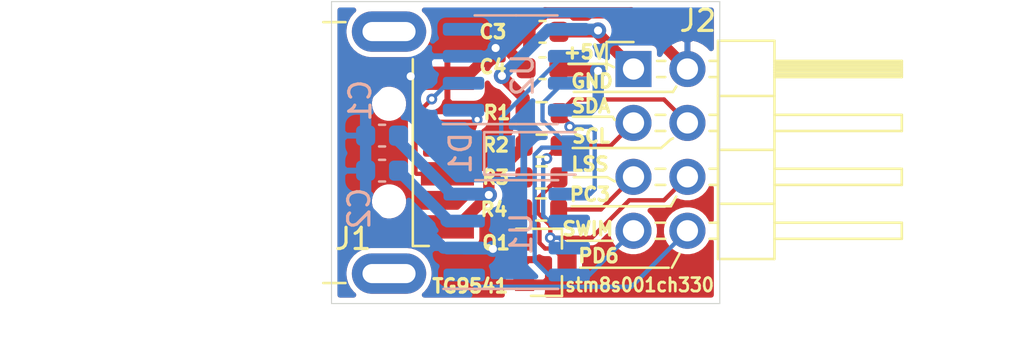
<source format=kicad_pcb>
(kicad_pcb (version 20171130) (host pcbnew 5.1.9-73d0e3b20d~88~ubuntu20.04.1)

  (general
    (thickness 1.6)
    (drawings 34)
    (tracks 138)
    (zones 0)
    (modules 14)
    (nets 18)
  )

  (page A4)
  (layers
    (0 F.Cu signal)
    (31 B.Cu signal hide)
    (32 B.Adhes user hide)
    (33 F.Adhes user hide)
    (34 B.Paste user hide)
    (35 F.Paste user hide)
    (36 B.SilkS user hide)
    (37 F.SilkS user)
    (38 B.Mask user hide)
    (39 F.Mask user hide)
    (40 Dwgs.User user)
    (41 Cmts.User user hide)
    (42 Eco1.User user hide)
    (43 Eco2.User user hide)
    (44 Edge.Cuts user)
    (45 Margin user hide)
    (46 B.CrtYd user hide)
    (47 F.CrtYd user)
    (48 B.Fab user hide)
    (49 F.Fab user hide)
  )

  (setup
    (last_trace_width 0.2032)
    (trace_clearance 0.1524)
    (zone_clearance 0.254)
    (zone_45_only no)
    (trace_min 0.1524)
    (via_size 0.508)
    (via_drill 0.254)
    (via_min_size 0.508)
    (via_min_drill 0.254)
    (uvia_size 0.3)
    (uvia_drill 0.1)
    (uvias_allowed no)
    (uvia_min_size 0.2)
    (uvia_min_drill 0.1)
    (edge_width 0.05)
    (segment_width 0.2)
    (pcb_text_width 0.3)
    (pcb_text_size 1.5 1.5)
    (mod_edge_width 0.12)
    (mod_text_size 1 1)
    (mod_text_width 0.15)
    (pad_size 1.524 1.524)
    (pad_drill 0.762)
    (pad_to_mask_clearance 0.051)
    (solder_mask_min_width 0.25)
    (aux_axis_origin 0 0)
    (grid_origin 117.71082 85.81522)
    (visible_elements FFFFFF7F)
    (pcbplotparams
      (layerselection 0x010fc_ffffffff)
      (usegerberextensions false)
      (usegerberattributes true)
      (usegerberadvancedattributes true)
      (creategerberjobfile true)
      (excludeedgelayer true)
      (linewidth 0.100000)
      (plotframeref false)
      (viasonmask false)
      (mode 1)
      (useauxorigin false)
      (hpglpennumber 1)
      (hpglpenspeed 20)
      (hpglpendiameter 15.000000)
      (psnegative false)
      (psa4output false)
      (plotreference true)
      (plotvalue true)
      (plotinvisibletext false)
      (padsonsilk false)
      (subtractmaskfromsilk false)
      (outputformat 1)
      (mirror false)
      (drillshape 1)
      (scaleselection 1)
      (outputdirectory ""))
  )

  (net 0 "")
  (net 1 GND)
  (net 2 +5V)
  (net 3 "Net-(C2-Pad1)")
  (net 4 "Net-(C4-Pad1)")
  (net 5 /SWIM)
  (net 6 "Net-(D1-Pad1)")
  (net 7 "Net-(J1-Pad3)")
  (net 8 "Net-(J1-Pad2)")
  (net 9 "Net-(J1-Pad5)")
  (net 10 "Net-(J2-Pad8)")
  (net 11 "Net-(Q1-Pad3)")
  (net 12 "Net-(Q1-Pad1)")
  (net 13 /SCL)
  (net 14 /SDA)
  (net 15 /PC345)
  (net 16 "Net-(U2-Pad4)")
  (net 17 /LS)

  (net_class Default "This is the default net class."
    (clearance 0.1524)
    (trace_width 0.2032)
    (via_dia 0.508)
    (via_drill 0.254)
    (uvia_dia 0.3)
    (uvia_drill 0.1)
    (add_net /LS)
    (add_net /PC345)
    (add_net /SCL)
    (add_net /SDA)
    (add_net /SWIM)
    (add_net "Net-(D1-Pad1)")
    (add_net "Net-(J1-Pad2)")
    (add_net "Net-(J1-Pad3)")
    (add_net "Net-(J1-Pad5)")
    (add_net "Net-(J2-Pad8)")
    (add_net "Net-(Q1-Pad1)")
    (add_net "Net-(Q1-Pad3)")
    (add_net "Net-(U2-Pad4)")
  )

  (net_class Power ""
    (clearance 0.1524)
    (trace_width 0.5334)
    (via_dia 0.762)
    (via_drill 0.381)
    (uvia_dia 0.3)
    (uvia_drill 0.1)
    (add_net +5V)
    (add_net GND)
    (add_net "Net-(C2-Pad1)")
    (add_net "Net-(C4-Pad1)")
  )

  (module Resistor_SMD:R_0603_1608Metric (layer F.Cu) (tedit 5F68FEEE) (tstamp 5FE747B2)
    (at 116.95634 87.4268)
    (descr "Resistor SMD 0603 (1608 Metric), square (rectangular) end terminal, IPC_7351 nominal, (Body size source: IPC-SM-782 page 72, https://www.pcb-3d.com/wordpress/wp-content/uploads/ipc-sm-782a_amendment_1_and_2.pdf), generated with kicad-footprint-generator")
    (tags resistor)
    (path /5FEBA9DB)
    (attr smd)
    (fp_text reference R1 (at -2.10302 -0.02408) (layer F.SilkS)
      (effects (font (size 0.635 0.635) (thickness 0.1524)))
    )
    (fp_text value 4k7 (at 0 1.43) (layer F.Fab)
      (effects (font (size 1 1) (thickness 0.15)))
    )
    (fp_line (start 1.48 0.73) (end -1.48 0.73) (layer F.CrtYd) (width 0.05))
    (fp_line (start 1.48 -0.73) (end 1.48 0.73) (layer F.CrtYd) (width 0.05))
    (fp_line (start -1.48 -0.73) (end 1.48 -0.73) (layer F.CrtYd) (width 0.05))
    (fp_line (start -1.48 0.73) (end -1.48 -0.73) (layer F.CrtYd) (width 0.05))
    (fp_line (start -0.237258 0.5225) (end 0.237258 0.5225) (layer F.SilkS) (width 0.12))
    (fp_line (start -0.237258 -0.5225) (end 0.237258 -0.5225) (layer F.SilkS) (width 0.12))
    (fp_line (start 0.8 0.4125) (end -0.8 0.4125) (layer F.Fab) (width 0.1))
    (fp_line (start 0.8 -0.4125) (end 0.8 0.4125) (layer F.Fab) (width 0.1))
    (fp_line (start -0.8 -0.4125) (end 0.8 -0.4125) (layer F.Fab) (width 0.1))
    (fp_line (start -0.8 0.4125) (end -0.8 -0.4125) (layer F.Fab) (width 0.1))
    (fp_text user %R (at 0 0) (layer F.Fab)
      (effects (font (size 0.4 0.4) (thickness 0.06)))
    )
    (pad 2 smd roundrect (at 0.825 0) (size 0.8 0.95) (layers F.Cu F.Paste F.Mask) (roundrect_rratio 0.25)
      (net 13 /SCL))
    (pad 1 smd roundrect (at -0.825 0) (size 0.8 0.95) (layers F.Cu F.Paste F.Mask) (roundrect_rratio 0.25)
      (net 2 +5V))
    (model ${KISYS3DMOD}/Resistor_SMD.3dshapes/R_0603_1608Metric.wrl
      (at (xyz 0 0 0))
      (scale (xyz 1 1 1))
      (rotate (xyz 0 0 0))
    )
  )

  (module Capacitor_SMD:C_0603_1608Metric (layer B.Cu) (tedit 5F68FEEE) (tstamp 5FE73E05)
    (at 109.44282 88.48222 180)
    (descr "Capacitor SMD 0603 (1608 Metric), square (rectangular) end terminal, IPC_7351 nominal, (Body size source: IPC-SM-782 page 76, https://www.pcb-3d.com/wordpress/wp-content/uploads/ipc-sm-782a_amendment_1_and_2.pdf), generated with kicad-footprint-generator")
    (tags capacitor)
    (path /5FE9E37D)
    (attr smd)
    (fp_text reference C1 (at 1.0284 1.651 90) (layer B.SilkS)
      (effects (font (size 1 1) (thickness 0.15)) (justify mirror))
    )
    (fp_text value 100n (at 0 -1.43) (layer B.Fab)
      (effects (font (size 1 1) (thickness 0.15)) (justify mirror))
    )
    (fp_line (start -0.8 -0.4) (end -0.8 0.4) (layer B.Fab) (width 0.1))
    (fp_line (start -0.8 0.4) (end 0.8 0.4) (layer B.Fab) (width 0.1))
    (fp_line (start 0.8 0.4) (end 0.8 -0.4) (layer B.Fab) (width 0.1))
    (fp_line (start 0.8 -0.4) (end -0.8 -0.4) (layer B.Fab) (width 0.1))
    (fp_line (start -0.14058 0.51) (end 0.14058 0.51) (layer B.SilkS) (width 0.12))
    (fp_line (start -0.14058 -0.51) (end 0.14058 -0.51) (layer B.SilkS) (width 0.12))
    (fp_line (start -1.48 -0.73) (end -1.48 0.73) (layer B.CrtYd) (width 0.05))
    (fp_line (start -1.48 0.73) (end 1.48 0.73) (layer B.CrtYd) (width 0.05))
    (fp_line (start 1.48 0.73) (end 1.48 -0.73) (layer B.CrtYd) (width 0.05))
    (fp_line (start 1.48 -0.73) (end -1.48 -0.73) (layer B.CrtYd) (width 0.05))
    (fp_text user %R (at 0 0) (layer B.Fab)
      (effects (font (size 0.4 0.4) (thickness 0.06)) (justify mirror))
    )
    (pad 1 smd roundrect (at -0.775 0 180) (size 0.9 0.95) (layers B.Cu B.Paste B.Mask) (roundrect_rratio 0.25)
      (net 2 +5V))
    (pad 2 smd roundrect (at 0.775 0 180) (size 0.9 0.95) (layers B.Cu B.Paste B.Mask) (roundrect_rratio 0.25)
      (net 1 GND))
    (model ${KISYS3DMOD}/Capacitor_SMD.3dshapes/C_0603_1608Metric.wrl
      (at (xyz 0 0 0))
      (scale (xyz 1 1 1))
      (rotate (xyz 0 0 0))
    )
  )

  (module Package_SO:SOIC-8_3.9x4.9mm_P1.27mm (layer B.Cu) (tedit 5D9F72B1) (tstamp 5FE6A215)
    (at 115.75438 85.37956)
    (descr "SOIC, 8 Pin (JEDEC MS-012AA, https://www.analog.com/media/en/package-pcb-resources/package/pkg_pdf/soic_narrow-r/r_8.pdf), generated with kicad-footprint-generator ipc_gullwing_generator.py")
    (tags "SOIC SO")
    (path /5FE60951)
    (attr smd)
    (fp_text reference U2 (at 0.30544 0.24516 270) (layer B.SilkS)
      (effects (font (size 1 1) (thickness 0.15)) (justify mirror))
    )
    (fp_text value CH330N (at 0 -3.4) (layer B.Fab)
      (effects (font (size 1 1) (thickness 0.15)) (justify mirror))
    )
    (fp_line (start 3.7 2.7) (end -3.7 2.7) (layer B.CrtYd) (width 0.05))
    (fp_line (start 3.7 -2.7) (end 3.7 2.7) (layer B.CrtYd) (width 0.05))
    (fp_line (start -3.7 -2.7) (end 3.7 -2.7) (layer B.CrtYd) (width 0.05))
    (fp_line (start -3.7 2.7) (end -3.7 -2.7) (layer B.CrtYd) (width 0.05))
    (fp_line (start -1.95 1.475) (end -0.975 2.45) (layer B.Fab) (width 0.1))
    (fp_line (start -1.95 -2.45) (end -1.95 1.475) (layer B.Fab) (width 0.1))
    (fp_line (start 1.95 -2.45) (end -1.95 -2.45) (layer B.Fab) (width 0.1))
    (fp_line (start 1.95 2.45) (end 1.95 -2.45) (layer B.Fab) (width 0.1))
    (fp_line (start -0.975 2.45) (end 1.95 2.45) (layer B.Fab) (width 0.1))
    (fp_line (start 0 2.56) (end -3.45 2.56) (layer B.SilkS) (width 0.12))
    (fp_line (start 0 2.56) (end 1.95 2.56) (layer B.SilkS) (width 0.12))
    (fp_line (start 0 -2.56) (end -1.95 -2.56) (layer B.SilkS) (width 0.12))
    (fp_line (start 0 -2.56) (end 1.95 -2.56) (layer B.SilkS) (width 0.12))
    (fp_text user %R (at 0 0) (layer B.Fab)
      (effects (font (size 0.98 0.98) (thickness 0.15)) (justify mirror))
    )
    (pad 8 smd roundrect (at 2.475 1.905) (size 1.95 0.6) (layers B.Cu B.Paste B.Mask) (roundrect_rratio 0.25)
      (net 4 "Net-(C4-Pad1)"))
    (pad 7 smd roundrect (at 2.475 0.635) (size 1.95 0.6) (layers B.Cu B.Paste B.Mask) (roundrect_rratio 0.25)
      (net 5 /SWIM))
    (pad 6 smd roundrect (at 2.475 -0.635) (size 1.95 0.6) (layers B.Cu B.Paste B.Mask) (roundrect_rratio 0.25)
      (net 6 "Net-(D1-Pad1)"))
    (pad 5 smd roundrect (at 2.475 -1.905) (size 1.95 0.6) (layers B.Cu B.Paste B.Mask) (roundrect_rratio 0.25)
      (net 2 +5V))
    (pad 4 smd roundrect (at -2.475 -1.905) (size 1.95 0.6) (layers B.Cu B.Paste B.Mask) (roundrect_rratio 0.25)
      (net 16 "Net-(U2-Pad4)"))
    (pad 3 smd roundrect (at -2.475 -0.635) (size 1.95 0.6) (layers B.Cu B.Paste B.Mask) (roundrect_rratio 0.25)
      (net 1 GND))
    (pad 2 smd roundrect (at -2.475 0.635) (size 1.95 0.6) (layers B.Cu B.Paste B.Mask) (roundrect_rratio 0.25)
      (net 8 "Net-(J1-Pad2)"))
    (pad 1 smd roundrect (at -2.475 1.905) (size 1.95 0.6) (layers B.Cu B.Paste B.Mask) (roundrect_rratio 0.25)
      (net 7 "Net-(J1-Pad3)"))
    (model ${KISYS3DMOD}/Package_SO.3dshapes/SOIC-8_3.9x4.9mm_P1.27mm.wrl
      (at (xyz 0 0 0))
      (scale (xyz 1 1 1))
      (rotate (xyz 0 0 0))
    )
  )

  (module Package_SO:SOIC-8_3.9x4.9mm_P1.27mm (layer B.Cu) (tedit 5D9F72B1) (tstamp 5FE6BC01)
    (at 115.78486 93.1418)
    (descr "SOIC, 8 Pin (JEDEC MS-012AA, https://www.analog.com/media/en/package-pcb-resources/package/pkg_pdf/soic_narrow-r/r_8.pdf), generated with kicad-footprint-generator ipc_gullwing_generator.py")
    (tags "SOIC SO")
    (path /5FE60068)
    (attr smd)
    (fp_text reference U1 (at 0.21146 -0.02408 90) (layer B.SilkS)
      (effects (font (size 1 1) (thickness 0.15)) (justify mirror))
    )
    (fp_text value STM8S001J3M (at 0 -3.4) (layer B.Fab)
      (effects (font (size 1 1) (thickness 0.15)) (justify mirror))
    )
    (fp_line (start 3.7 2.7) (end -3.7 2.7) (layer B.CrtYd) (width 0.05))
    (fp_line (start 3.7 -2.7) (end 3.7 2.7) (layer B.CrtYd) (width 0.05))
    (fp_line (start -3.7 -2.7) (end 3.7 -2.7) (layer B.CrtYd) (width 0.05))
    (fp_line (start -3.7 2.7) (end -3.7 -2.7) (layer B.CrtYd) (width 0.05))
    (fp_line (start -1.95 1.475) (end -0.975 2.45) (layer B.Fab) (width 0.1))
    (fp_line (start -1.95 -2.45) (end -1.95 1.475) (layer B.Fab) (width 0.1))
    (fp_line (start 1.95 -2.45) (end -1.95 -2.45) (layer B.Fab) (width 0.1))
    (fp_line (start 1.95 2.45) (end 1.95 -2.45) (layer B.Fab) (width 0.1))
    (fp_line (start -0.975 2.45) (end 1.95 2.45) (layer B.Fab) (width 0.1))
    (fp_line (start 0 2.56) (end -3.45 2.56) (layer B.SilkS) (width 0.12))
    (fp_line (start 0 2.56) (end 1.95 2.56) (layer B.SilkS) (width 0.12))
    (fp_line (start 0 -2.56) (end -1.95 -2.56) (layer B.SilkS) (width 0.12))
    (fp_line (start 0 -2.56) (end 1.95 -2.56) (layer B.SilkS) (width 0.12))
    (fp_text user %R (at 0 0) (layer B.Fab)
      (effects (font (size 0.98 0.98) (thickness 0.15)) (justify mirror))
    )
    (pad 8 smd roundrect (at 2.475 1.905) (size 1.95 0.6) (layers B.Cu B.Paste B.Mask) (roundrect_rratio 0.25)
      (net 5 /SWIM))
    (pad 7 smd roundrect (at 2.475 0.635) (size 1.95 0.6) (layers B.Cu B.Paste B.Mask) (roundrect_rratio 0.25)
      (net 15 /PC345))
    (pad 6 smd roundrect (at 2.475 -0.635) (size 1.95 0.6) (layers B.Cu B.Paste B.Mask) (roundrect_rratio 0.25)
      (net 14 /SDA))
    (pad 5 smd roundrect (at 2.475 -1.905) (size 1.95 0.6) (layers B.Cu B.Paste B.Mask) (roundrect_rratio 0.25)
      (net 13 /SCL))
    (pad 4 smd roundrect (at -2.475 -1.905) (size 1.95 0.6) (layers B.Cu B.Paste B.Mask) (roundrect_rratio 0.25)
      (net 2 +5V))
    (pad 3 smd roundrect (at -2.475 -0.635) (size 1.95 0.6) (layers B.Cu B.Paste B.Mask) (roundrect_rratio 0.25)
      (net 3 "Net-(C2-Pad1)"))
    (pad 2 smd roundrect (at -2.475 0.635) (size 1.95 0.6) (layers B.Cu B.Paste B.Mask) (roundrect_rratio 0.25)
      (net 1 GND))
    (pad 1 smd roundrect (at -2.475 1.905) (size 1.95 0.6) (layers B.Cu B.Paste B.Mask) (roundrect_rratio 0.25)
      (net 10 "Net-(J2-Pad8)"))
    (model ${KISYS3DMOD}/Package_SO.3dshapes/SOIC-8_3.9x4.9mm_P1.27mm.wrl
      (at (xyz 0 0 0))
      (scale (xyz 1 1 1))
      (rotate (xyz 0 0 0))
    )
  )

  (module Resistor_SMD:R_0603_1608Metric (layer F.Cu) (tedit 5F68FEEE) (tstamp 5FE72A35)
    (at 116.93662 91.96202)
    (descr "Resistor SMD 0603 (1608 Metric), square (rectangular) end terminal, IPC_7351 nominal, (Body size source: IPC-SM-782 page 72, https://www.pcb-3d.com/wordpress/wp-content/uploads/ipc-sm-782a_amendment_1_and_2.pdf), generated with kicad-footprint-generator")
    (tags resistor)
    (path /5FF17B2B)
    (attr smd)
    (fp_text reference R4 (at -2.223 0) (layer F.SilkS)
      (effects (font (size 0.635 0.635) (thickness 0.1524)))
    )
    (fp_text value 47 (at 0 1.43) (layer F.Fab)
      (effects (font (size 1 1) (thickness 0.15)))
    )
    (fp_line (start 1.48 0.73) (end -1.48 0.73) (layer F.CrtYd) (width 0.05))
    (fp_line (start 1.48 -0.73) (end 1.48 0.73) (layer F.CrtYd) (width 0.05))
    (fp_line (start -1.48 -0.73) (end 1.48 -0.73) (layer F.CrtYd) (width 0.05))
    (fp_line (start -1.48 0.73) (end -1.48 -0.73) (layer F.CrtYd) (width 0.05))
    (fp_line (start -0.237258 0.5225) (end 0.237258 0.5225) (layer F.SilkS) (width 0.12))
    (fp_line (start -0.237258 -0.5225) (end 0.237258 -0.5225) (layer F.SilkS) (width 0.12))
    (fp_line (start 0.8 0.4125) (end -0.8 0.4125) (layer F.Fab) (width 0.1))
    (fp_line (start 0.8 -0.4125) (end 0.8 0.4125) (layer F.Fab) (width 0.1))
    (fp_line (start -0.8 -0.4125) (end 0.8 -0.4125) (layer F.Fab) (width 0.1))
    (fp_line (start -0.8 0.4125) (end -0.8 -0.4125) (layer F.Fab) (width 0.1))
    (fp_text user %R (at 0 0) (layer F.Fab)
      (effects (font (size 0.4 0.4) (thickness 0.06)))
    )
    (pad 2 smd roundrect (at 0.825 0) (size 0.8 0.95) (layers F.Cu F.Paste F.Mask) (roundrect_rratio 0.25)
      (net 17 /LS))
    (pad 1 smd roundrect (at -0.825 0) (size 0.8 0.95) (layers F.Cu F.Paste F.Mask) (roundrect_rratio 0.25)
      (net 11 "Net-(Q1-Pad3)"))
    (model ${KISYS3DMOD}/Resistor_SMD.3dshapes/R_0603_1608Metric.wrl
      (at (xyz 0 0 0))
      (scale (xyz 1 1 1))
      (rotate (xyz 0 0 0))
    )
  )

  (module Resistor_SMD:R_0603_1608Metric (layer F.Cu) (tedit 5F68FEEE) (tstamp 5FE6A1D0)
    (at 116.94932 90.45072)
    (descr "Resistor SMD 0603 (1608 Metric), square (rectangular) end terminal, IPC_7351 nominal, (Body size source: IPC-SM-782 page 72, https://www.pcb-3d.com/wordpress/wp-content/uploads/ipc-sm-782a_amendment_1_and_2.pdf), generated with kicad-footprint-generator")
    (tags resistor)
    (path /5FEE40D4)
    (attr smd)
    (fp_text reference R3 (at -2.1595 0) (layer F.SilkS)
      (effects (font (size 0.635 0.635) (thickness 0.1524)))
    )
    (fp_text value 4k7 (at 0 1.43) (layer F.Fab)
      (effects (font (size 1 1) (thickness 0.15)))
    )
    (fp_line (start 1.48 0.73) (end -1.48 0.73) (layer F.CrtYd) (width 0.05))
    (fp_line (start 1.48 -0.73) (end 1.48 0.73) (layer F.CrtYd) (width 0.05))
    (fp_line (start -1.48 -0.73) (end 1.48 -0.73) (layer F.CrtYd) (width 0.05))
    (fp_line (start -1.48 0.73) (end -1.48 -0.73) (layer F.CrtYd) (width 0.05))
    (fp_line (start -0.237258 0.5225) (end 0.237258 0.5225) (layer F.SilkS) (width 0.12))
    (fp_line (start -0.237258 -0.5225) (end 0.237258 -0.5225) (layer F.SilkS) (width 0.12))
    (fp_line (start 0.8 0.4125) (end -0.8 0.4125) (layer F.Fab) (width 0.1))
    (fp_line (start 0.8 -0.4125) (end 0.8 0.4125) (layer F.Fab) (width 0.1))
    (fp_line (start -0.8 -0.4125) (end 0.8 -0.4125) (layer F.Fab) (width 0.1))
    (fp_line (start -0.8 0.4125) (end -0.8 -0.4125) (layer F.Fab) (width 0.1))
    (fp_text user %R (at 0 0) (layer F.Fab)
      (effects (font (size 0.4 0.4) (thickness 0.06)))
    )
    (pad 2 smd roundrect (at 0.825 0) (size 0.8 0.95) (layers F.Cu F.Paste F.Mask) (roundrect_rratio 0.25)
      (net 15 /PC345))
    (pad 1 smd roundrect (at -0.825 0) (size 0.8 0.95) (layers F.Cu F.Paste F.Mask) (roundrect_rratio 0.25)
      (net 12 "Net-(Q1-Pad1)"))
    (model ${KISYS3DMOD}/Resistor_SMD.3dshapes/R_0603_1608Metric.wrl
      (at (xyz 0 0 0))
      (scale (xyz 1 1 1))
      (rotate (xyz 0 0 0))
    )
  )

  (module Resistor_SMD:R_0603_1608Metric (layer F.Cu) (tedit 5F68FEEE) (tstamp 5FE6A1BF)
    (at 116.95734 88.96096)
    (descr "Resistor SMD 0603 (1608 Metric), square (rectangular) end terminal, IPC_7351 nominal, (Body size source: IPC-SM-782 page 72, https://www.pcb-3d.com/wordpress/wp-content/uploads/ipc-sm-782a_amendment_1_and_2.pdf), generated with kicad-footprint-generator")
    (tags resistor)
    (path /5FEBF168)
    (attr smd)
    (fp_text reference R2 (at -2.16752 -0.03424 180) (layer F.SilkS)
      (effects (font (size 0.635 0.635) (thickness 0.1524)))
    )
    (fp_text value 4k7 (at 0 1.43 180) (layer F.Fab)
      (effects (font (size 1 1) (thickness 0.15)))
    )
    (fp_line (start 1.48 0.73) (end -1.48 0.73) (layer F.CrtYd) (width 0.05))
    (fp_line (start 1.48 -0.73) (end 1.48 0.73) (layer F.CrtYd) (width 0.05))
    (fp_line (start -1.48 -0.73) (end 1.48 -0.73) (layer F.CrtYd) (width 0.05))
    (fp_line (start -1.48 0.73) (end -1.48 -0.73) (layer F.CrtYd) (width 0.05))
    (fp_line (start -0.237258 0.5225) (end 0.237258 0.5225) (layer F.SilkS) (width 0.12))
    (fp_line (start -0.237258 -0.5225) (end 0.237258 -0.5225) (layer F.SilkS) (width 0.12))
    (fp_line (start 0.8 0.4125) (end -0.8 0.4125) (layer F.Fab) (width 0.1))
    (fp_line (start 0.8 -0.4125) (end 0.8 0.4125) (layer F.Fab) (width 0.1))
    (fp_line (start -0.8 -0.4125) (end 0.8 -0.4125) (layer F.Fab) (width 0.1))
    (fp_line (start -0.8 0.4125) (end -0.8 -0.4125) (layer F.Fab) (width 0.1))
    (fp_text user %R (at 0 0 180) (layer F.Fab)
      (effects (font (size 0.4 0.4) (thickness 0.06)))
    )
    (pad 2 smd roundrect (at 0.825 0) (size 0.8 0.95) (layers F.Cu F.Paste F.Mask) (roundrect_rratio 0.25)
      (net 14 /SDA))
    (pad 1 smd roundrect (at -0.825 0) (size 0.8 0.95) (layers F.Cu F.Paste F.Mask) (roundrect_rratio 0.25)
      (net 2 +5V))
    (model ${KISYS3DMOD}/Resistor_SMD.3dshapes/R_0603_1608Metric.wrl
      (at (xyz 0 0 0))
      (scale (xyz 1 1 1))
      (rotate (xyz 0 0 0))
    )
  )

  (module Connector_USB:USB_A_CNCTech_1001-011-01101_Horizontal (layer F.Cu) (tedit 5E754393) (tstamp 5FE6D066)
    (at 102.87 89.281 180)
    (descr "USB type A Plug, Horizontal, http://cnctech.us/pdfs/1001-011-01101.pdf")
    (tags USB-A)
    (path /5FE6B6A4)
    (attr smd)
    (fp_text reference J1 (at -5.207 -4.064) (layer F.SilkS)
      (effects (font (size 1 1) (thickness 0.15)))
    )
    (fp_text value USB_A (at 0 8 180) (layer F.Fab)
      (effects (font (size 1 1) (thickness 0.15)))
    )
    (fp_line (start -7.25 -4) (end -7.25 -3.05) (layer F.Fab) (width 0.1))
    (fp_line (start -7.75 -3.5) (end -7.25 -4) (layer F.Fab) (width 0.1))
    (fp_line (start -7.75 -3.5) (end -7.25 -3) (layer F.Fab) (width 0.1))
    (fp_line (start -8.02 -4.4) (end -8.775 -4.4) (layer F.SilkS) (width 0.12))
    (fp_line (start -11.4 4.55) (end -9.15 4.55) (layer F.CrtYd) (width 0.05))
    (fp_line (start -9.15 4.55) (end -9.15 7.15) (layer F.CrtYd) (width 0.05))
    (fp_line (start -9.15 7.15) (end -4.65 7.15) (layer F.CrtYd) (width 0.05))
    (fp_line (start -4.65 7.15) (end -4.65 6.52) (layer F.CrtYd) (width 0.05))
    (fp_line (start -4.65 6.52) (end 11.4 6.52) (layer F.CrtYd) (width 0.05))
    (fp_line (start 11.4 6.52) (end 11.4 -6.52) (layer F.CrtYd) (width 0.05))
    (fp_line (start -4.65 -6.52) (end 11.4 -6.52) (layer F.CrtYd) (width 0.05))
    (fp_line (start -4.65 -6.52) (end -4.65 -7.15) (layer F.CrtYd) (width 0.05))
    (fp_line (start -9.15 -7.15) (end -4.65 -7.15) (layer F.CrtYd) (width 0.05))
    (fp_line (start -9.15 -7.15) (end -9.15 -4.55) (layer F.CrtYd) (width 0.05))
    (fp_line (start -11.4 -4.55) (end -9.15 -4.55) (layer F.CrtYd) (width 0.05))
    (fp_line (start -11.4 4.55) (end -11.4 -4.55) (layer F.CrtYd) (width 0.05))
    (fp_line (start -4.85 6.145) (end -3.8 6.145) (layer F.SilkS) (width 0.12))
    (fp_line (start -4.85 -6.145) (end -3.8 -6.145) (layer F.SilkS) (width 0.12))
    (fp_line (start -3.8 6.025) (end -3.8 -6.025) (layer Dwgs.User) (width 0.1))
    (fp_line (start -8.02 -4.4) (end -8.02 4.4) (layer F.SilkS) (width 0.12))
    (fp_circle (center -6.9 2.3) (end -6.9 2.8) (layer F.Fab) (width 0.1))
    (fp_circle (center -6.9 -2.3) (end -6.9 -2.8) (layer F.Fab) (width 0.1))
    (fp_line (start -10.4 -3.25) (end -7.9 -3.25) (layer F.Fab) (width 0.1))
    (fp_line (start -10.4 -3.25) (end -10.4 -3.75) (layer F.Fab) (width 0.1))
    (fp_line (start -10.4 -3.75) (end -7.9 -3.75) (layer F.Fab) (width 0.1))
    (fp_line (start -10.4 -1.25) (end -7.9 -1.25) (layer F.Fab) (width 0.1))
    (fp_line (start -10.4 -0.75) (end -7.9 -0.75) (layer F.Fab) (width 0.1))
    (fp_line (start -10.4 -0.75) (end -10.4 -1.25) (layer F.Fab) (width 0.1))
    (fp_line (start -10.4 1.25) (end -7.9 1.25) (layer F.Fab) (width 0.1))
    (fp_line (start -10.4 1.25) (end -10.4 0.75) (layer F.Fab) (width 0.1))
    (fp_line (start -10.4 0.75) (end -7.9 0.75) (layer F.Fab) (width 0.1))
    (fp_line (start -10.4 3.75) (end -7.9 3.75) (layer F.Fab) (width 0.1))
    (fp_line (start -10.4 3.25) (end -7.9 3.25) (layer F.Fab) (width 0.1))
    (fp_line (start -10.4 3.75) (end -10.4 3.25) (layer F.Fab) (width 0.1))
    (fp_line (start 10.9 6.025) (end 10.9 -6.025) (layer F.Fab) (width 0.1))
    (fp_line (start -7.9 6.025) (end 10.9 6.025) (layer F.Fab) (width 0.1))
    (fp_line (start -7.9 -6.025) (end 10.9 -6.025) (layer F.Fab) (width 0.1))
    (fp_line (start -7.9 6.025) (end -7.9 -6.025) (layer F.Fab) (width 0.1))
    (fp_text user %R (at -6 0 90) (layer F.Fab)
      (effects (font (size 1 1) (thickness 0.15)))
    )
    (fp_text user "PCB Edge" (at -4.55 -0.05 90) (layer Dwgs.User)
      (effects (font (size 0.6 0.6) (thickness 0.09)))
    )
    (pad "" np_thru_hole circle (at -6.9 2.3 180) (size 1.1 1.1) (drill 1.1) (layers *.Cu *.Mask))
    (pad "" np_thru_hole circle (at -6.9 -2.3 180) (size 1.1 1.1) (drill 1.1) (layers *.Cu *.Mask))
    (pad 5 thru_hole oval (at -6.9 5.7 180) (size 3.5 1.9) (drill oval 2.5 0.9) (layers *.Cu *.Mask)
      (net 9 "Net-(J1-Pad5)"))
    (pad 5 thru_hole oval (at -6.9 -5.7 180) (size 3.5 1.9) (drill oval 2.5 0.9) (layers *.Cu *.Mask)
      (net 9 "Net-(J1-Pad5)"))
    (pad 4 smd rect (at -9.65 3.5 180) (size 2.5 1.1) (layers F.Cu F.Paste F.Mask)
      (net 1 GND))
    (pad 1 smd rect (at -9.65 -3.5 180) (size 2.5 1.1) (layers F.Cu F.Paste F.Mask)
      (net 2 +5V))
    (pad 3 smd rect (at -9.65 1 180) (size 2.5 1.1) (layers F.Cu F.Paste F.Mask)
      (net 7 "Net-(J1-Pad3)"))
    (pad 2 smd rect (at -9.65 -1 180) (size 2.5 1.1) (layers F.Cu F.Paste F.Mask)
      (net 8 "Net-(J1-Pad2)"))
    (model ${KISYS3DMOD}/Connector_USB.3dshapes/USB_A_CNCTech_1001-011-01101_Horizontal.wrl
      (at (xyz 0 0 0))
      (scale (xyz 1 1 1))
      (rotate (xyz 0 0 0))
    )
  )

  (module Package_TO_SOT_SMD:SOT-23 (layer F.Cu) (tedit 5A02FF57) (tstamp 5FE6A19D)
    (at 117.15532 94.45122)
    (descr "SOT-23, Standard")
    (tags SOT-23)
    (path /5FE8109F)
    (attr smd)
    (fp_text reference Q1 (at -2.3401 -0.9144) (layer F.SilkS)
      (effects (font (size 0.635 0.635) (thickness 0.1524)))
    )
    (fp_text value MMBT3904 (at 0 2.5) (layer F.Fab)
      (effects (font (size 1 1) (thickness 0.15)))
    )
    (fp_text user %R (at 0 0 90) (layer F.Fab)
      (effects (font (size 0.5 0.5) (thickness 0.075)))
    )
    (fp_line (start -0.7 -0.95) (end -0.7 1.5) (layer F.Fab) (width 0.1))
    (fp_line (start -0.15 -1.52) (end 0.7 -1.52) (layer F.Fab) (width 0.1))
    (fp_line (start -0.7 -0.95) (end -0.15 -1.52) (layer F.Fab) (width 0.1))
    (fp_line (start 0.7 -1.52) (end 0.7 1.52) (layer F.Fab) (width 0.1))
    (fp_line (start -0.7 1.52) (end 0.7 1.52) (layer F.Fab) (width 0.1))
    (fp_line (start 0.76 1.58) (end 0.76 0.65) (layer F.SilkS) (width 0.12))
    (fp_line (start 0.76 -1.58) (end 0.76 -0.65) (layer F.SilkS) (width 0.12))
    (fp_line (start -1.7 -1.75) (end 1.7 -1.75) (layer F.CrtYd) (width 0.05))
    (fp_line (start 1.7 -1.75) (end 1.7 1.75) (layer F.CrtYd) (width 0.05))
    (fp_line (start 1.7 1.75) (end -1.7 1.75) (layer F.CrtYd) (width 0.05))
    (fp_line (start -1.7 1.75) (end -1.7 -1.75) (layer F.CrtYd) (width 0.05))
    (fp_line (start 0.76 -1.58) (end -1.4 -1.58) (layer F.SilkS) (width 0.12))
    (fp_line (start 0.76 1.58) (end -0.7 1.58) (layer F.SilkS) (width 0.12))
    (pad 1 smd rect (at -1 -0.95) (size 0.9 0.8) (layers F.Cu F.Paste F.Mask)
      (net 12 "Net-(Q1-Pad1)"))
    (pad 2 smd rect (at -1 0.95) (size 0.9 0.8) (layers F.Cu F.Paste F.Mask)
      (net 1 GND))
    (pad 3 smd rect (at 1 0) (size 0.9 0.8) (layers F.Cu F.Paste F.Mask)
      (net 11 "Net-(Q1-Pad3)"))
    (model ${KISYS3DMOD}/Package_TO_SOT_SMD.3dshapes/SOT-23.wrl
      (at (xyz 0 0 0))
      (scale (xyz 1 1 1))
      (rotate (xyz 0 0 0))
    )
  )

  (module Connector_PinHeader_2.54mm:PinHeader_2x04_P2.54mm_Horizontal (layer F.Cu) (tedit 59FED5CB) (tstamp 5FE6A188)
    (at 121.285 85.344)
    (descr "Through hole angled pin header, 2x04, 2.54mm pitch, 6mm pin length, double rows")
    (tags "Through hole angled pin header THT 2x04 2.54mm double row")
    (path /5FE65939)
    (fp_text reference J2 (at 3.02982 -2.27198) (layer F.SilkS)
      (effects (font (size 1 1) (thickness 0.15)))
    )
    (fp_text value Conn_02x04_Odd_Even (at 5.655 9.89) (layer F.Fab)
      (effects (font (size 1 1) (thickness 0.15)))
    )
    (fp_line (start 13.1 -1.8) (end -1.8 -1.8) (layer F.CrtYd) (width 0.05))
    (fp_line (start 13.1 9.4) (end 13.1 -1.8) (layer F.CrtYd) (width 0.05))
    (fp_line (start -1.8 9.4) (end 13.1 9.4) (layer F.CrtYd) (width 0.05))
    (fp_line (start -1.8 -1.8) (end -1.8 9.4) (layer F.CrtYd) (width 0.05))
    (fp_line (start -1.27 -1.27) (end 0 -1.27) (layer F.SilkS) (width 0.12))
    (fp_line (start -1.27 0) (end -1.27 -1.27) (layer F.SilkS) (width 0.12))
    (fp_line (start 1.042929 8) (end 1.497071 8) (layer F.SilkS) (width 0.12))
    (fp_line (start 1.042929 7.24) (end 1.497071 7.24) (layer F.SilkS) (width 0.12))
    (fp_line (start 3.582929 8) (end 3.98 8) (layer F.SilkS) (width 0.12))
    (fp_line (start 3.582929 7.24) (end 3.98 7.24) (layer F.SilkS) (width 0.12))
    (fp_line (start 12.64 8) (end 6.64 8) (layer F.SilkS) (width 0.12))
    (fp_line (start 12.64 7.24) (end 12.64 8) (layer F.SilkS) (width 0.12))
    (fp_line (start 6.64 7.24) (end 12.64 7.24) (layer F.SilkS) (width 0.12))
    (fp_line (start 3.98 6.35) (end 6.64 6.35) (layer F.SilkS) (width 0.12))
    (fp_line (start 1.042929 5.46) (end 1.497071 5.46) (layer F.SilkS) (width 0.12))
    (fp_line (start 1.042929 4.7) (end 1.497071 4.7) (layer F.SilkS) (width 0.12))
    (fp_line (start 3.582929 5.46) (end 3.98 5.46) (layer F.SilkS) (width 0.12))
    (fp_line (start 3.582929 4.7) (end 3.98 4.7) (layer F.SilkS) (width 0.12))
    (fp_line (start 12.64 5.46) (end 6.64 5.46) (layer F.SilkS) (width 0.12))
    (fp_line (start 12.64 4.7) (end 12.64 5.46) (layer F.SilkS) (width 0.12))
    (fp_line (start 6.64 4.7) (end 12.64 4.7) (layer F.SilkS) (width 0.12))
    (fp_line (start 3.98 3.81) (end 6.64 3.81) (layer F.SilkS) (width 0.12))
    (fp_line (start 1.042929 2.92) (end 1.497071 2.92) (layer F.SilkS) (width 0.12))
    (fp_line (start 1.042929 2.16) (end 1.497071 2.16) (layer F.SilkS) (width 0.12))
    (fp_line (start 3.582929 2.92) (end 3.98 2.92) (layer F.SilkS) (width 0.12))
    (fp_line (start 3.582929 2.16) (end 3.98 2.16) (layer F.SilkS) (width 0.12))
    (fp_line (start 12.64 2.92) (end 6.64 2.92) (layer F.SilkS) (width 0.12))
    (fp_line (start 12.64 2.16) (end 12.64 2.92) (layer F.SilkS) (width 0.12))
    (fp_line (start 6.64 2.16) (end 12.64 2.16) (layer F.SilkS) (width 0.12))
    (fp_line (start 3.98 1.27) (end 6.64 1.27) (layer F.SilkS) (width 0.12))
    (fp_line (start 1.11 0.38) (end 1.497071 0.38) (layer F.SilkS) (width 0.12))
    (fp_line (start 1.11 -0.38) (end 1.497071 -0.38) (layer F.SilkS) (width 0.12))
    (fp_line (start 3.582929 0.38) (end 3.98 0.38) (layer F.SilkS) (width 0.12))
    (fp_line (start 3.582929 -0.38) (end 3.98 -0.38) (layer F.SilkS) (width 0.12))
    (fp_line (start 6.64 0.28) (end 12.64 0.28) (layer F.SilkS) (width 0.12))
    (fp_line (start 6.64 0.16) (end 12.64 0.16) (layer F.SilkS) (width 0.12))
    (fp_line (start 6.64 0.04) (end 12.64 0.04) (layer F.SilkS) (width 0.12))
    (fp_line (start 6.64 -0.08) (end 12.64 -0.08) (layer F.SilkS) (width 0.12))
    (fp_line (start 6.64 -0.2) (end 12.64 -0.2) (layer F.SilkS) (width 0.12))
    (fp_line (start 6.64 -0.32) (end 12.64 -0.32) (layer F.SilkS) (width 0.12))
    (fp_line (start 12.64 0.38) (end 6.64 0.38) (layer F.SilkS) (width 0.12))
    (fp_line (start 12.64 -0.38) (end 12.64 0.38) (layer F.SilkS) (width 0.12))
    (fp_line (start 6.64 -0.38) (end 12.64 -0.38) (layer F.SilkS) (width 0.12))
    (fp_line (start 6.64 -1.33) (end 3.98 -1.33) (layer F.SilkS) (width 0.12))
    (fp_line (start 6.64 8.95) (end 6.64 -1.33) (layer F.SilkS) (width 0.12))
    (fp_line (start 3.98 8.95) (end 6.64 8.95) (layer F.SilkS) (width 0.12))
    (fp_line (start 3.98 -1.33) (end 3.98 8.95) (layer F.SilkS) (width 0.12))
    (fp_line (start 6.58 7.94) (end 12.58 7.94) (layer F.Fab) (width 0.1))
    (fp_line (start 12.58 7.3) (end 12.58 7.94) (layer F.Fab) (width 0.1))
    (fp_line (start 6.58 7.3) (end 12.58 7.3) (layer F.Fab) (width 0.1))
    (fp_line (start -0.32 7.94) (end 4.04 7.94) (layer F.Fab) (width 0.1))
    (fp_line (start -0.32 7.3) (end -0.32 7.94) (layer F.Fab) (width 0.1))
    (fp_line (start -0.32 7.3) (end 4.04 7.3) (layer F.Fab) (width 0.1))
    (fp_line (start 6.58 5.4) (end 12.58 5.4) (layer F.Fab) (width 0.1))
    (fp_line (start 12.58 4.76) (end 12.58 5.4) (layer F.Fab) (width 0.1))
    (fp_line (start 6.58 4.76) (end 12.58 4.76) (layer F.Fab) (width 0.1))
    (fp_line (start -0.32 5.4) (end 4.04 5.4) (layer F.Fab) (width 0.1))
    (fp_line (start -0.32 4.76) (end -0.32 5.4) (layer F.Fab) (width 0.1))
    (fp_line (start -0.32 4.76) (end 4.04 4.76) (layer F.Fab) (width 0.1))
    (fp_line (start 6.58 2.86) (end 12.58 2.86) (layer F.Fab) (width 0.1))
    (fp_line (start 12.58 2.22) (end 12.58 2.86) (layer F.Fab) (width 0.1))
    (fp_line (start 6.58 2.22) (end 12.58 2.22) (layer F.Fab) (width 0.1))
    (fp_line (start -0.32 2.86) (end 4.04 2.86) (layer F.Fab) (width 0.1))
    (fp_line (start -0.32 2.22) (end -0.32 2.86) (layer F.Fab) (width 0.1))
    (fp_line (start -0.32 2.22) (end 4.04 2.22) (layer F.Fab) (width 0.1))
    (fp_line (start 6.58 0.32) (end 12.58 0.32) (layer F.Fab) (width 0.1))
    (fp_line (start 12.58 -0.32) (end 12.58 0.32) (layer F.Fab) (width 0.1))
    (fp_line (start 6.58 -0.32) (end 12.58 -0.32) (layer F.Fab) (width 0.1))
    (fp_line (start -0.32 0.32) (end 4.04 0.32) (layer F.Fab) (width 0.1))
    (fp_line (start -0.32 -0.32) (end -0.32 0.32) (layer F.Fab) (width 0.1))
    (fp_line (start -0.32 -0.32) (end 4.04 -0.32) (layer F.Fab) (width 0.1))
    (fp_line (start 4.04 -0.635) (end 4.675 -1.27) (layer F.Fab) (width 0.1))
    (fp_line (start 4.04 8.89) (end 4.04 -0.635) (layer F.Fab) (width 0.1))
    (fp_line (start 6.58 8.89) (end 4.04 8.89) (layer F.Fab) (width 0.1))
    (fp_line (start 6.58 -1.27) (end 6.58 8.89) (layer F.Fab) (width 0.1))
    (fp_line (start 4.675 -1.27) (end 6.58 -1.27) (layer F.Fab) (width 0.1))
    (fp_text user %R (at 5.31 3.81 90) (layer F.Fab)
      (effects (font (size 1 1) (thickness 0.15)))
    )
    (pad 8 thru_hole oval (at 2.54 7.62) (size 1.7 1.7) (drill 1) (layers *.Cu *.Mask)
      (net 10 "Net-(J2-Pad8)"))
    (pad 7 thru_hole oval (at 0 7.62) (size 1.7 1.7) (drill 1) (layers *.Cu *.Mask)
      (net 5 /SWIM))
    (pad 6 thru_hole oval (at 2.54 5.08) (size 1.7 1.7) (drill 1) (layers *.Cu *.Mask)
      (net 15 /PC345))
    (pad 5 thru_hole oval (at 0 5.08) (size 1.7 1.7) (drill 1) (layers *.Cu *.Mask)
      (net 17 /LS))
    (pad 4 thru_hole oval (at 2.54 2.54) (size 1.7 1.7) (drill 1) (layers *.Cu *.Mask)
      (net 13 /SCL))
    (pad 3 thru_hole oval (at 0 2.54) (size 1.7 1.7) (drill 1) (layers *.Cu *.Mask)
      (net 14 /SDA))
    (pad 2 thru_hole oval (at 2.54 0) (size 1.7 1.7) (drill 1) (layers *.Cu *.Mask)
      (net 1 GND))
    (pad 1 thru_hole rect (at 0 0) (size 1.7 1.7) (drill 1) (layers *.Cu *.Mask)
      (net 2 +5V))
    (model ${KISYS3DMOD}/Connector_PinHeader_2.54mm.3dshapes/PinHeader_2x04_P2.54mm_Horizontal.wrl
      (at (xyz 0 0 0))
      (scale (xyz 1 1 1))
      (rotate (xyz 0 0 0))
    )
  )

  (module Diode_SMD:D_MiniMELF (layer B.Cu) (tedit 5905D8F5) (tstamp 5FE6A112)
    (at 116.8045 89.3191)
    (descr "Diode Mini-MELF (SOD-80)")
    (tags "Diode Mini-MELF (SOD-80)")
    (path /5FEC9621)
    (attr smd)
    (fp_text reference D1 (at -3.66568 -0.01138 90) (layer B.SilkS)
      (effects (font (size 1 1) (thickness 0.15)) (justify mirror))
    )
    (fp_text value 1N4148 (at 0 -1.75) (layer B.Fab)
      (effects (font (size 1 1) (thickness 0.15)) (justify mirror))
    )
    (fp_line (start -2.65 -1.1) (end -2.65 1.1) (layer B.CrtYd) (width 0.05))
    (fp_line (start 2.65 -1.1) (end -2.65 -1.1) (layer B.CrtYd) (width 0.05))
    (fp_line (start 2.65 1.1) (end 2.65 -1.1) (layer B.CrtYd) (width 0.05))
    (fp_line (start -2.65 1.1) (end 2.65 1.1) (layer B.CrtYd) (width 0.05))
    (fp_line (start -0.75 0) (end -0.35 0) (layer B.Fab) (width 0.1))
    (fp_line (start -0.35 0) (end -0.35 0.55) (layer B.Fab) (width 0.1))
    (fp_line (start -0.35 0) (end -0.35 -0.55) (layer B.Fab) (width 0.1))
    (fp_line (start -0.35 0) (end 0.25 0.4) (layer B.Fab) (width 0.1))
    (fp_line (start 0.25 0.4) (end 0.25 -0.4) (layer B.Fab) (width 0.1))
    (fp_line (start 0.25 -0.4) (end -0.35 0) (layer B.Fab) (width 0.1))
    (fp_line (start 0.25 0) (end 0.75 0) (layer B.Fab) (width 0.1))
    (fp_line (start -1.65 0.8) (end 1.65 0.8) (layer B.Fab) (width 0.1))
    (fp_line (start -1.65 -0.8) (end -1.65 0.8) (layer B.Fab) (width 0.1))
    (fp_line (start 1.65 -0.8) (end -1.65 -0.8) (layer B.Fab) (width 0.1))
    (fp_line (start 1.65 0.8) (end 1.65 -0.8) (layer B.Fab) (width 0.1))
    (fp_line (start -2.55 -1) (end 1.75 -1) (layer B.SilkS) (width 0.12))
    (fp_line (start -2.55 1) (end -2.55 -1) (layer B.SilkS) (width 0.12))
    (fp_line (start 1.75 1) (end -2.55 1) (layer B.SilkS) (width 0.12))
    (fp_text user %R (at 0 2) (layer B.Fab)
      (effects (font (size 1 1) (thickness 0.15)) (justify mirror))
    )
    (pad 2 smd rect (at 1.75 0) (size 1.3 1.7) (layers B.Cu B.Paste B.Mask)
      (net 5 /SWIM))
    (pad 1 smd rect (at -1.75 0) (size 1.3 1.7) (layers B.Cu B.Paste B.Mask)
      (net 6 "Net-(D1-Pad1)"))
    (model ${KISYS3DMOD}/Diode_SMD.3dshapes/D_MiniMELF.wrl
      (at (xyz 0 0 0))
      (scale (xyz 1 1 1))
      (rotate (xyz 0 0 0))
    )
  )

  (module Capacitor_SMD:C_0603_1608Metric (layer F.Cu) (tedit 5F68FEEE) (tstamp 5FE72B09)
    (at 116.99932 85.30722 180)
    (descr "Capacitor SMD 0603 (1608 Metric), square (rectangular) end terminal, IPC_7351 nominal, (Body size source: IPC-SM-782 page 76, https://www.pcb-3d.com/wordpress/wp-content/uploads/ipc-sm-782a_amendment_1_and_2.pdf), generated with kicad-footprint-generator")
    (tags capacitor)
    (path /5FE94D86)
    (attr smd)
    (fp_text reference C4 (at 2.3365 0.0635 180) (layer F.SilkS)
      (effects (font (size 0.635 0.635) (thickness 0.1524)))
    )
    (fp_text value 10n (at 0 1.43 180) (layer F.Fab)
      (effects (font (size 1 1) (thickness 0.15)))
    )
    (fp_line (start -0.8 0.4) (end -0.8 -0.4) (layer F.Fab) (width 0.1))
    (fp_line (start -0.8 -0.4) (end 0.8 -0.4) (layer F.Fab) (width 0.1))
    (fp_line (start 0.8 -0.4) (end 0.8 0.4) (layer F.Fab) (width 0.1))
    (fp_line (start 0.8 0.4) (end -0.8 0.4) (layer F.Fab) (width 0.1))
    (fp_line (start -0.14058 -0.51) (end 0.14058 -0.51) (layer F.SilkS) (width 0.12))
    (fp_line (start -0.14058 0.51) (end 0.14058 0.51) (layer F.SilkS) (width 0.12))
    (fp_line (start -1.48 0.73) (end -1.48 -0.73) (layer F.CrtYd) (width 0.05))
    (fp_line (start -1.48 -0.73) (end 1.48 -0.73) (layer F.CrtYd) (width 0.05))
    (fp_line (start 1.48 -0.73) (end 1.48 0.73) (layer F.CrtYd) (width 0.05))
    (fp_line (start 1.48 0.73) (end -1.48 0.73) (layer F.CrtYd) (width 0.05))
    (fp_text user %R (at 0 0 180) (layer F.Fab)
      (effects (font (size 0.4 0.4) (thickness 0.06)))
    )
    (pad 1 smd roundrect (at -0.775 0 180) (size 0.9 0.95) (layers F.Cu F.Paste F.Mask) (roundrect_rratio 0.25)
      (net 4 "Net-(C4-Pad1)"))
    (pad 2 smd roundrect (at 0.775 0 180) (size 0.9 0.95) (layers F.Cu F.Paste F.Mask) (roundrect_rratio 0.25)
      (net 1 GND))
    (model ${KISYS3DMOD}/Capacitor_SMD.3dshapes/C_0603_1608Metric.wrl
      (at (xyz 0 0 0))
      (scale (xyz 1 1 1))
      (rotate (xyz 0 0 0))
    )
  )

  (module Capacitor_SMD:C_0603_1608Metric (layer F.Cu) (tedit 5F68FEEE) (tstamp 5FE6A0E8)
    (at 116.99932 83.59272 180)
    (descr "Capacitor SMD 0603 (1608 Metric), square (rectangular) end terminal, IPC_7351 nominal, (Body size source: IPC-SM-782 page 76, https://www.pcb-3d.com/wordpress/wp-content/uploads/ipc-sm-782a_amendment_1_and_2.pdf), generated with kicad-footprint-generator")
    (tags capacitor)
    (path /5FE9B152)
    (attr smd)
    (fp_text reference C3 (at 2.3365 0) (layer F.SilkS)
      (effects (font (size 0.635 0.635) (thickness 0.1524)))
    )
    (fp_text value 100n (at 0 1.43) (layer F.Fab)
      (effects (font (size 1 1) (thickness 0.15)))
    )
    (fp_line (start 1.48 0.73) (end -1.48 0.73) (layer F.CrtYd) (width 0.05))
    (fp_line (start 1.48 -0.73) (end 1.48 0.73) (layer F.CrtYd) (width 0.05))
    (fp_line (start -1.48 -0.73) (end 1.48 -0.73) (layer F.CrtYd) (width 0.05))
    (fp_line (start -1.48 0.73) (end -1.48 -0.73) (layer F.CrtYd) (width 0.05))
    (fp_line (start -0.14058 0.51) (end 0.14058 0.51) (layer F.SilkS) (width 0.12))
    (fp_line (start -0.14058 -0.51) (end 0.14058 -0.51) (layer F.SilkS) (width 0.12))
    (fp_line (start 0.8 0.4) (end -0.8 0.4) (layer F.Fab) (width 0.1))
    (fp_line (start 0.8 -0.4) (end 0.8 0.4) (layer F.Fab) (width 0.1))
    (fp_line (start -0.8 -0.4) (end 0.8 -0.4) (layer F.Fab) (width 0.1))
    (fp_line (start -0.8 0.4) (end -0.8 -0.4) (layer F.Fab) (width 0.1))
    (fp_text user %R (at 0 0) (layer F.Fab)
      (effects (font (size 0.4 0.4) (thickness 0.06)))
    )
    (pad 2 smd roundrect (at 0.775 0 180) (size 0.9 0.95) (layers F.Cu F.Paste F.Mask) (roundrect_rratio 0.25)
      (net 1 GND))
    (pad 1 smd roundrect (at -0.775 0 180) (size 0.9 0.95) (layers F.Cu F.Paste F.Mask) (roundrect_rratio 0.25)
      (net 2 +5V))
    (model ${KISYS3DMOD}/Capacitor_SMD.3dshapes/C_0603_1608Metric.wrl
      (at (xyz 0 0 0))
      (scale (xyz 1 1 1))
      (rotate (xyz 0 0 0))
    )
  )

  (module Capacitor_SMD:C_0603_1608Metric (layer B.Cu) (tedit 5F68FEEE) (tstamp 5FE76C05)
    (at 109.44282 90.13322 180)
    (descr "Capacitor SMD 0603 (1608 Metric), square (rectangular) end terminal, IPC_7351 nominal, (Body size source: IPC-SM-782 page 76, https://www.pcb-3d.com/wordpress/wp-content/uploads/ipc-sm-782a_amendment_1_and_2.pdf), generated with kicad-footprint-generator")
    (tags capacitor)
    (path /5FE61B2C)
    (attr smd)
    (fp_text reference C2 (at 1.0792 -1.778 270) (layer B.SilkS)
      (effects (font (size 1 1) (thickness 0.15)) (justify mirror))
    )
    (fp_text value 1u (at 0 -1.43) (layer B.Fab)
      (effects (font (size 1 1) (thickness 0.15)) (justify mirror))
    )
    (fp_line (start 1.48 -0.73) (end -1.48 -0.73) (layer B.CrtYd) (width 0.05))
    (fp_line (start 1.48 0.73) (end 1.48 -0.73) (layer B.CrtYd) (width 0.05))
    (fp_line (start -1.48 0.73) (end 1.48 0.73) (layer B.CrtYd) (width 0.05))
    (fp_line (start -1.48 -0.73) (end -1.48 0.73) (layer B.CrtYd) (width 0.05))
    (fp_line (start -0.14058 -0.51) (end 0.14058 -0.51) (layer B.SilkS) (width 0.12))
    (fp_line (start -0.14058 0.51) (end 0.14058 0.51) (layer B.SilkS) (width 0.12))
    (fp_line (start 0.8 -0.4) (end -0.8 -0.4) (layer B.Fab) (width 0.1))
    (fp_line (start 0.8 0.4) (end 0.8 -0.4) (layer B.Fab) (width 0.1))
    (fp_line (start -0.8 0.4) (end 0.8 0.4) (layer B.Fab) (width 0.1))
    (fp_line (start -0.8 -0.4) (end -0.8 0.4) (layer B.Fab) (width 0.1))
    (fp_text user %R (at 0 0) (layer B.Fab)
      (effects (font (size 0.4 0.4) (thickness 0.06)) (justify mirror))
    )
    (pad 2 smd roundrect (at 0.775 0 180) (size 0.9 0.95) (layers B.Cu B.Paste B.Mask) (roundrect_rratio 0.25)
      (net 1 GND))
    (pad 1 smd roundrect (at -0.775 0 180) (size 0.9 0.95) (layers B.Cu B.Paste B.Mask) (roundrect_rratio 0.25)
      (net 3 "Net-(C2-Pad1)"))
    (model ${KISYS3DMOD}/Capacitor_SMD.3dshapes/C_0603_1608Metric.wrl
      (at (xyz 0 0 0))
      (scale (xyz 1 1 1))
      (rotate (xyz 0 0 0))
    )
  )

  (gr_text PC3 (at 119.23482 91.25082) (layer F.SilkS)
    (effects (font (size 0.635 0.635) (thickness 0.1524)))
  )
  (gr_text stm8s001ch330 (at 121.57162 95.51802) (layer F.SilkS)
    (effects (font (size 0.635 0.5842) (thickness 0.127)))
  )
  (gr_text TG9541 (at 113.59602 95.56882) (layer F.SilkS)
    (effects (font (size 0.635 0.635) (thickness 0.1524)))
  )
  (gr_line (start 123.14642 86.42482) (end 123.29882 86.17082) (layer F.SilkS) (width 0.12))
  (gr_line (start 118.47282 86.42482) (end 123.14642 86.42482) (layer F.SilkS) (width 0.12))
  (gr_line (start 120.04762 85.10402) (end 120.35242 85.25642) (layer F.SilkS) (width 0.12))
  (gr_line (start 118.21882 85.10402) (end 120.04762 85.10402) (layer F.SilkS) (width 0.12))
  (gr_line (start 120.04762 90.43802) (end 120.40322 90.64122) (layer F.SilkS) (width 0.12))
  (gr_line (start 118.47282 90.43802) (end 120.04762 90.43802) (layer F.SilkS) (width 0.12))
  (gr_line (start 123.09562 94.70522) (end 123.45122 94.04482) (layer F.SilkS) (width 0.12))
  (gr_line (start 118.77762 94.70522) (end 122.94322 94.70522) (layer F.SilkS) (width 0.12))
  (gr_line (start 118.16802 93.43522) (end 120.30162 93.43522) (layer F.SilkS) (width 0.12))
  (gr_line (start 123.04482 91.80962) (end 123.29882 91.35242) (layer F.SilkS) (width 0.12))
  (gr_line (start 118.37122 91.80962) (end 123.04482 91.80962) (layer F.SilkS) (width 0.12))
  (gr_line (start 123.04482 88.66002) (end 123.14642 88.60922) (layer F.SilkS) (width 0.12))
  (gr_line (start 122.58762 89.06642) (end 123.04482 88.66002) (layer F.SilkS) (width 0.12))
  (gr_line (start 118.42202 89.06642) (end 122.58762 89.06642) (layer F.SilkS) (width 0.12))
  (gr_line (start 120.30162 87.59322) (end 120.40322 87.74562) (layer F.SilkS) (width 0.12))
  (gr_line (start 120.20002 87.59322) (end 120.30162 87.59322) (layer F.SilkS) (width 0.12))
  (gr_line (start 118.42202 87.59322) (end 120.20002 87.59322) (layer F.SilkS) (width 0.12))
  (gr_text PD6 (at 119.64122 94.14642) (layer F.SilkS)
    (effects (font (size 0.635 0.635) (thickness 0.1524)))
  )
  (gr_text SWIM (at 119.13322 92.87642) (layer F.SilkS)
    (effects (font (size 0.635 0.635) (thickness 0.1524)))
  )
  (gr_text LSS (at 119.23482 89.82842) (layer F.SilkS)
    (effects (font (size 0.635 0.635) (thickness 0.1524)))
  )
  (gr_text LSS (at 118.47282 89.82842) (layer B.Paste)
    (effects (font (size 0.635 0.635) (thickness 0.1524)))
  )
  (gr_text SCL (at 119.28562 88.50762) (layer F.SilkS)
    (effects (font (size 0.635 0.635) (thickness 0.1524)))
  )
  (gr_text SDA (at 119.28562 87.08522) (layer F.SilkS)
    (effects (font (size 0.635 0.635) (thickness 0.1524)))
  )
  (gr_text GND (at 119.33642 85.91682) (layer F.SilkS)
    (effects (font (size 0.635 0.635) (thickness 0.1524)))
  )
  (gr_text +5V (at 118.98082 84.54522) (layer F.SilkS)
    (effects (font (size 0.635 0.635) (thickness 0.1524)))
  )
  (dimension 14.224 (width 0.15) (layer Dwgs.User)
    (gr_text "14,224 mm" (at 138.333 89.281 90) (layer Dwgs.User)
      (effects (font (size 1 1) (thickness 0.15)))
    )
    (feature1 (pts (xy 125.349 82.169) (xy 137.619421 82.169)))
    (feature2 (pts (xy 125.349 96.393) (xy 137.619421 96.393)))
    (crossbar (pts (xy 137.033 96.393) (xy 137.033 82.169)))
    (arrow1a (pts (xy 137.033 82.169) (xy 137.619421 83.295504)))
    (arrow1b (pts (xy 137.033 82.169) (xy 136.446579 83.295504)))
    (arrow2a (pts (xy 137.033 96.393) (xy 137.619421 95.266496)))
    (arrow2b (pts (xy 137.033 96.393) (xy 136.446579 95.266496)))
  )
  (dimension 18.288 (width 0.15) (layer Dwgs.User)
    (gr_text "18,288 mm" (at 116.205 99.724999) (layer Dwgs.User)
      (effects (font (size 1 1) (thickness 0.15)))
    )
    (feature1 (pts (xy 125.349 96.901) (xy 125.349 99.01142)))
    (feature2 (pts (xy 107.061 96.901) (xy 107.061 99.01142)))
    (crossbar (pts (xy 107.061 98.424999) (xy 125.349 98.424999)))
    (arrow1a (pts (xy 125.349 98.424999) (xy 124.222496 99.01142)))
    (arrow1b (pts (xy 125.349 98.424999) (xy 124.222496 97.838578)))
    (arrow2a (pts (xy 107.061 98.424999) (xy 108.187504 99.01142)))
    (arrow2b (pts (xy 107.061 98.424999) (xy 108.187504 97.838578)))
  )
  (gr_line (start 107.061 96.393) (end 107.061 82.169) (layer Edge.Cuts) (width 0.05) (tstamp 5FE6D15A))
  (gr_line (start 125.349 96.393) (end 107.061 96.393) (layer Edge.Cuts) (width 0.05))
  (gr_line (start 125.349 82.169) (end 125.349 96.393) (layer Edge.Cuts) (width 0.05))
  (gr_line (start 107.061 82.169) (end 125.349 82.169) (layer Edge.Cuts) (width 0.05))

  (via (at 114.66282 93.81622) (size 0.762) (drill 0.381) (layers F.Cu B.Cu) (net 1))
  (segment (start 113.34928 93.81622) (end 113.30986 93.7768) (width 0.5334) (layer B.Cu) (net 1))
  (segment (start 114.66282 93.81622) (end 113.34928 93.81622) (width 0.5334) (layer B.Cu) (net 1))
  (segment (start 112.33486 93.7768) (end 111.35828 92.80022) (width 0.5334) (layer B.Cu) (net 1))
  (segment (start 113.30986 93.7768) (end 112.33486 93.7768) (width 0.5334) (layer B.Cu) (net 1))
  (segment (start 108.66782 91.91309) (end 108.66782 90.13322) (width 0.5334) (layer B.Cu) (net 1))
  (segment (start 109.55495 92.80022) (end 108.66782 91.91309) (width 0.5334) (layer B.Cu) (net 1))
  (segment (start 111.35828 92.80022) (end 109.55495 92.80022) (width 0.5334) (layer B.Cu) (net 1))
  (segment (start 108.66782 90.13322) (end 108.66782 88.48222) (width 0.5334) (layer B.Cu) (net 1))
  (segment (start 109.62851 85.68822) (end 110.78932 85.68822) (width 0.5334) (layer B.Cu) (net 1))
  (segment (start 108.66782 86.64891) (end 109.62851 85.68822) (width 0.5334) (layer B.Cu) (net 1))
  (via (at 110.78932 85.68822) (size 0.762) (drill 0.381) (layers F.Cu B.Cu) (net 1))
  (segment (start 108.66782 88.48222) (end 108.66782 86.64891) (width 0.5334) (layer B.Cu) (net 1))
  (segment (start 112.42722 85.68822) (end 112.52 85.781) (width 0.5334) (layer F.Cu) (net 1))
  (segment (start 110.78932 85.68822) (end 112.42722 85.68822) (width 0.5334) (layer F.Cu) (net 1))
  (via (at 114.78982 84.35472) (size 0.762) (drill 0.381) (layers F.Cu B.Cu) (net 1))
  (segment (start 114.39998 84.74456) (end 114.78982 84.35472) (width 0.5334) (layer B.Cu) (net 1))
  (segment (start 113.27938 84.74456) (end 114.39998 84.74456) (width 0.5334) (layer B.Cu) (net 1))
  (segment (start 115.27182 84.35472) (end 116.22432 85.30722) (width 0.5334) (layer F.Cu) (net 1))
  (segment (start 114.78982 84.35472) (end 115.27182 84.35472) (width 0.5334) (layer F.Cu) (net 1))
  (segment (start 115.46232 84.35472) (end 116.22432 83.59272) (width 0.5334) (layer F.Cu) (net 1))
  (segment (start 114.78982 84.35472) (end 115.46232 84.35472) (width 0.5334) (layer F.Cu) (net 1))
  (segment (start 121.17961 82.69861) (end 123.825 85.344) (width 0.5334) (layer F.Cu) (net 1))
  (segment (start 117.11843 82.69861) (end 121.17961 82.69861) (width 0.5334) (layer F.Cu) (net 1))
  (segment (start 116.22432 83.59272) (end 117.11843 82.69861) (width 0.5334) (layer F.Cu) (net 1))
  (segment (start 114.66282 93.90872) (end 116.15532 95.40122) (width 0.5334) (layer F.Cu) (net 1))
  (segment (start 114.66282 93.81622) (end 114.66282 93.90872) (width 0.5334) (layer F.Cu) (net 1))
  (segment (start 113.36354 85.781) (end 114.78982 84.35472) (width 0.5334) (layer F.Cu) (net 1))
  (segment (start 112.52 85.781) (end 113.36354 85.781) (width 0.5334) (layer F.Cu) (net 1))
  (segment (start 110.21782 88.48222) (end 110.21782 88.73622) (width 0.5334) (layer B.Cu) (net 2))
  (segment (start 112.7184 91.2368) (end 113.30986 91.2368) (width 0.5334) (layer B.Cu) (net 2))
  (segment (start 110.21782 88.73622) (end 112.7184 91.2368) (width 0.5334) (layer B.Cu) (net 2))
  (via (at 114.47232 91.27622) (size 0.762) (drill 0.381) (layers F.Cu B.Cu) (net 2))
  (segment (start 112.96754 92.781) (end 114.47232 91.27622) (width 0.5334) (layer F.Cu) (net 2))
  (segment (start 112.52 92.781) (end 112.96754 92.781) (width 0.5334) (layer F.Cu) (net 2))
  (segment (start 113.34928 91.27622) (end 113.30986 91.2368) (width 0.5334) (layer B.Cu) (net 2))
  (segment (start 114.47232 91.27622) (end 113.34928 91.27622) (width 0.5334) (layer B.Cu) (net 2))
  (segment (start 114.47232 90.62098) (end 116.13234 88.96096) (width 0.5334) (layer F.Cu) (net 2))
  (segment (start 114.47232 91.27622) (end 114.47232 90.62098) (width 0.5334) (layer F.Cu) (net 2))
  (segment (start 116.13234 88.96096) (end 116.13234 87.4278) (width 0.5334) (layer F.Cu) (net 2))
  (segment (start 116.13134 87.4268) (end 116.13134 86.71224) (width 0.5334) (layer F.Cu) (net 2))
  (via (at 115.088577 85.669477) (size 0.762) (drill 0.381) (layers F.Cu B.Cu) (net 2))
  (segment (start 116.13134 86.71224) (end 115.088577 85.669477) (width 0.5334) (layer F.Cu) (net 2))
  (segment (start 117.283494 83.47456) (end 118.22938 83.47456) (width 0.5334) (layer B.Cu) (net 2))
  (segment (start 115.088577 85.669477) (end 117.283494 83.47456) (width 0.5334) (layer B.Cu) (net 2))
  (segment (start 118.22938 83.47456) (end 118.22938 83.45516) (width 0.5334) (layer B.Cu) (net 2))
  (via (at 119.61582 83.52922) (size 0.762) (drill 0.381) (layers F.Cu B.Cu) (net 2))
  (segment (start 119.56116 83.47456) (end 119.61582 83.52922) (width 0.5334) (layer B.Cu) (net 2))
  (segment (start 118.22938 83.47456) (end 119.56116 83.47456) (width 0.5334) (layer B.Cu) (net 2))
  (segment (start 119.55232 83.59272) (end 119.61582 83.52922) (width 0.5334) (layer F.Cu) (net 2))
  (segment (start 117.77432 83.59272) (end 119.55232 83.59272) (width 0.5334) (layer F.Cu) (net 2))
  (segment (start 119.61582 83.67482) (end 121.285 85.344) (width 0.5334) (layer F.Cu) (net 2))
  (segment (start 119.61582 83.52922) (end 119.61582 83.67482) (width 0.5334) (layer F.Cu) (net 2))
  (segment (start 112.45716 92.5068) (end 113.30986 92.5068) (width 0.5334) (layer B.Cu) (net 3))
  (segment (start 112.5914 92.5068) (end 113.30986 92.5068) (width 0.5334) (layer B.Cu) (net 3))
  (segment (start 110.21782 90.13322) (end 112.5914 92.5068) (width 0.5334) (layer B.Cu) (net 3))
  (via (at 119.61582 85.43422) (size 0.762) (drill 0.381) (layers F.Cu B.Cu) (net 4))
  (segment (start 119.62349 85.44189) (end 119.61582 85.43422) (width 0.5334) (layer B.Cu) (net 4))
  (segment (start 119.62349 86.86545) (end 119.62349 85.44189) (width 0.5334) (layer B.Cu) (net 4))
  (segment (start 119.20438 87.28456) (end 119.62349 86.86545) (width 0.5334) (layer B.Cu) (net 4))
  (segment (start 118.22938 87.28456) (end 119.20438 87.28456) (width 0.5334) (layer B.Cu) (net 4))
  (segment (start 117.90132 85.43422) (end 117.77432 85.30722) (width 0.5334) (layer F.Cu) (net 4))
  (segment (start 119.61582 85.43422) (end 117.90132 85.43422) (width 0.5334) (layer F.Cu) (net 4))
  (segment (start 117.953022 86.01456) (end 118.22938 86.01456) (width 0.2032) (layer B.Cu) (net 5))
  (segment (start 117.00037 86.967212) (end 117.953022 86.01456) (width 0.2032) (layer B.Cu) (net 5))
  (segment (start 117.00037 87.76497) (end 117.00037 86.967212) (width 0.2032) (layer B.Cu) (net 5))
  (segment (start 118.5545 89.3191) (end 117.00037 87.76497) (width 0.2032) (layer B.Cu) (net 5))
  (segment (start 116.96572 89.046976) (end 118.282376 89.046976) (width 0.2032) (layer B.Cu) (net 5))
  (segment (start 118.25986 95.0468) (end 117.28486 95.0468) (width 0.2032) (layer B.Cu) (net 5))
  (segment (start 118.282376 89.046976) (end 118.5545 89.3191) (width 0.2032) (layer B.Cu) (net 5))
  (segment (start 117.28486 95.0468) (end 116.631319 94.393259) (width 0.2032) (layer B.Cu) (net 5))
  (segment (start 116.631319 94.393259) (end 116.631319 89.381377) (width 0.2032) (layer B.Cu) (net 5))
  (segment (start 116.631319 89.381377) (end 116.96572 89.046976) (width 0.2032) (layer B.Cu) (net 5))
  (segment (start 119.2022 95.0468) (end 121.285 92.964) (width 0.2032) (layer B.Cu) (net 5))
  (segment (start 118.25986 95.0468) (end 119.2022 95.0468) (width 0.2032) (layer B.Cu) (net 5))
  (segment (start 117.953022 84.74456) (end 118.22938 84.74456) (width 0.2032) (layer B.Cu) (net 6))
  (segment (start 115.0545 87.643082) (end 117.953022 84.74456) (width 0.2032) (layer B.Cu) (net 6))
  (segment (start 115.0545 89.3191) (end 115.0545 87.643082) (width 0.2032) (layer B.Cu) (net 6))
  (segment (start 113.92154 87.72652) (end 113.8712 87.69858) (width 0.2032) (layer B.Cu) (net 7))
  (segment (start 113.8712 87.69858) (end 113.30986 87.13724) (width 0.2032) (layer B.Cu) (net 7))
  (segment (start 113.72266 88.281) (end 112.52 88.281) (width 0.2032) (layer F.Cu) (net 7))
  (segment (start 113.92154 87.72652) (end 113.72266 88.281) (width 0.2032) (layer F.Cu) (net 7))
  (via (at 113.92154 87.72652) (size 0.508) (drill 0.254) (layers F.Cu B.Cu) (net 7))
  (segment (start 111.0668 90.281) (end 112.52 90.281) (width 0.2032) (layer F.Cu) (net 8))
  (segment (start 111.015999 90.230199) (end 111.0668 90.281) (width 0.2032) (layer F.Cu) (net 8))
  (segment (start 111.015999 87.527799) (end 111.015999 90.230199) (width 0.2032) (layer F.Cu) (net 8))
  (segment (start 111.958797 86.585001) (end 111.015999 87.527799) (width 0.2032) (layer F.Cu) (net 8))
  (via (at 111.782669 86.761129) (size 0.508) (drill 0.254) (layers F.Cu B.Cu) (net 8))
  (segment (start 112.529238 86.01456) (end 113.27938 86.01456) (width 0.2032) (layer B.Cu) (net 8))
  (segment (start 111.782669 86.761129) (end 112.529238 86.01456) (width 0.2032) (layer B.Cu) (net 8))
  (segment (start 121.18819 95.60081) (end 123.825 92.964) (width 0.2032) (layer B.Cu) (net 10))
  (segment (start 113.86387 95.60081) (end 121.18819 95.60081) (width 0.2032) (layer B.Cu) (net 10))
  (segment (start 113.30986 95.0468) (end 113.86387 95.60081) (width 0.2032) (layer B.Cu) (net 10))
  (segment (start 117.505338 93.801238) (end 118.15532 94.45122) (width 0.2032) (layer F.Cu) (net 11))
  (segment (start 117.12349 93.801238) (end 117.505338 93.801238) (width 0.2032) (layer F.Cu) (net 11))
  (segment (start 116.859321 92.898019) (end 116.859321 93.537069) (width 0.2032) (layer F.Cu) (net 11))
  (segment (start 116.859321 93.537069) (end 117.12349 93.801238) (width 0.2032) (layer F.Cu) (net 11))
  (segment (start 116.808521 92.847219) (end 116.808521 92.658921) (width 0.2032) (layer F.Cu) (net 11))
  (segment (start 116.859321 92.898019) (end 116.808521 92.847219) (width 0.2032) (layer F.Cu) (net 11))
  (segment (start 116.808521 92.658921) (end 116.11162 91.96202) (width 0.2032) (layer F.Cu) (net 11))
  (segment (start 115.45761 91.11743) (end 116.12432 90.45072) (width 0.2032) (layer F.Cu) (net 12))
  (segment (start 115.45761 92.80351) (end 115.45761 91.11743) (width 0.2032) (layer F.Cu) (net 12))
  (segment (start 116.15532 93.50122) (end 115.45761 92.80351) (width 0.2032) (layer F.Cu) (net 12))
  (via (at 118.28232 88.062698) (size 0.508) (drill 0.254) (layers F.Cu B.Cu) (net 13))
  (segment (start 119.2553 88.062698) (end 118.28232 88.062698) (width 0.2032) (layer B.Cu) (net 13))
  (segment (start 119.458501 88.265899) (end 119.2553 88.062698) (width 0.2032) (layer B.Cu) (net 13))
  (segment (start 119.23486 91.2368) (end 119.458501 91.013159) (width 0.2032) (layer B.Cu) (net 13))
  (segment (start 119.458501 91.013159) (end 119.458501 88.265899) (width 0.2032) (layer B.Cu) (net 13))
  (segment (start 118.25986 91.2368) (end 119.23486 91.2368) (width 0.2032) (layer B.Cu) (net 13))
  (segment (start 118.28232 87.92778) (end 117.78134 87.4268) (width 0.2032) (layer F.Cu) (net 13))
  (segment (start 118.28232 88.062698) (end 118.28232 87.92778) (width 0.2032) (layer F.Cu) (net 13))
  (segment (start 122.720999 86.779999) (end 123.825 87.884) (width 0.2032) (layer F.Cu) (net 13))
  (segment (start 118.428141 86.779999) (end 122.720999 86.779999) (width 0.2032) (layer F.Cu) (net 13))
  (segment (start 117.78134 87.4268) (end 118.428141 86.779999) (width 0.2032) (layer F.Cu) (net 13))
  (segment (start 120.20804 88.96096) (end 121.285 87.884) (width 0.2032) (layer F.Cu) (net 14))
  (segment (start 117.78234 88.96096) (end 120.20804 88.96096) (width 0.2032) (layer F.Cu) (net 14))
  (segment (start 117.03085 92.25279) (end 117.03085 89.79719) (width 0.2032) (layer B.Cu) (net 14))
  (segment (start 117.28486 92.5068) (end 117.03085 92.25279) (width 0.2032) (layer B.Cu) (net 14))
  (segment (start 118.25986 92.5068) (end 117.28486 92.5068) (width 0.2032) (layer B.Cu) (net 14))
  (via (at 117.20282 89.56172) (size 0.508) (drill 0.254) (layers F.Cu B.Cu) (net 14))
  (segment (start 117.20282 89.62522) (end 117.20282 89.56172) (width 0.2032) (layer B.Cu) (net 14))
  (segment (start 117.03085 89.79719) (end 117.20282 89.62522) (width 0.2032) (layer B.Cu) (net 14))
  (segment (start 117.20282 89.54048) (end 117.78234 88.96096) (width 0.2032) (layer F.Cu) (net 14))
  (segment (start 117.20282 89.56172) (end 117.20282 89.54048) (width 0.2032) (layer F.Cu) (net 14))
  (segment (start 118.14302 93.89364) (end 118.25986 93.7768) (width 0.2032) (layer B.Cu) (net 15))
  (via (at 117.367331 93.293237) (size 0.508) (drill 0.254) (layers F.Cu B.Cu) (net 15))
  (segment (start 118.25986 93.7768) (end 117.776297 93.293237) (width 0.2032) (layer B.Cu) (net 15))
  (segment (start 117.776297 93.293237) (end 117.367331 93.293237) (width 0.2032) (layer B.Cu) (net 15))
  (segment (start 122.720999 91.528001) (end 123.825 90.424) (width 0.2032) (layer F.Cu) (net 15))
  (segment (start 121.087077 91.528001) (end 122.720999 91.528001) (width 0.2032) (layer F.Cu) (net 15))
  (segment (start 119.321841 93.293237) (end 121.087077 91.528001) (width 0.2032) (layer F.Cu) (net 15))
  (segment (start 117.367331 93.293237) (end 119.321841 93.293237) (width 0.2032) (layer F.Cu) (net 15))
  (segment (start 116.779928 91.445112) (end 116.779928 92.12742) (width 0.2032) (layer F.Cu) (net 15))
  (segment (start 117.77432 90.45072) (end 116.779928 91.445112) (width 0.2032) (layer F.Cu) (net 15))
  (segment (start 116.779928 92.12742) (end 117.367331 92.714823) (width 0.2032) (layer F.Cu) (net 15))
  (segment (start 117.367331 92.714823) (end 117.367331 93.293237) (width 0.2032) (layer F.Cu) (net 15))
  (segment (start 119.74698 91.96202) (end 121.285 90.424) (width 0.2032) (layer F.Cu) (net 17))
  (segment (start 117.76162 91.96202) (end 119.74698 91.96202) (width 0.2032) (layer F.Cu) (net 17))

  (zone (net 1) (net_name GND) (layer F.Cu) (tstamp 5FE7BC76) (hatch edge 0.508)
    (connect_pads (clearance 0.254))
    (min_thickness 0.254)
    (fill yes (arc_segments 32) (thermal_gap 0.508) (thermal_bridge_width 0.2794))
    (polygon
      (pts
        (xy 125.39432 96.41972) (xy 107.10632 96.48322) (xy 107.10632 82.19572) (xy 125.33082 82.19572)
      )
    )
    (filled_polygon
      (pts
        (xy 108.024287 82.635287) (xy 107.857959 82.837958) (xy 107.734367 83.069184) (xy 107.658259 83.320078) (xy 107.63256 83.581)
        (xy 107.658259 83.841922) (xy 107.734367 84.092816) (xy 107.857959 84.324042) (xy 108.024287 84.526713) (xy 108.226958 84.693041)
        (xy 108.458184 84.816633) (xy 108.709078 84.892741) (xy 108.904615 84.912) (xy 110.635385 84.912) (xy 110.72522 84.903152)
        (xy 110.680498 84.98682) (xy 110.644188 85.106518) (xy 110.631928 85.231) (xy 110.635 85.60955) (xy 110.79375 85.7683)
        (xy 112.5073 85.7683) (xy 112.5073 84.75475) (xy 112.34855 84.596) (xy 111.434459 84.593396) (xy 111.515713 84.526713)
        (xy 111.682041 84.324042) (xy 111.805633 84.092816) (xy 111.881741 83.841922) (xy 111.90744 83.581) (xy 111.881741 83.320078)
        (xy 111.805633 83.069184) (xy 111.682041 82.837958) (xy 111.515713 82.635287) (xy 111.442253 82.575) (xy 115.442618 82.575)
        (xy 115.419826 82.587183) (xy 115.323135 82.666535) (xy 115.243783 82.763226) (xy 115.184818 82.87354) (xy 115.148508 82.993238)
        (xy 115.136248 83.11772) (xy 115.13932 83.42127) (xy 115.29807 83.58002) (xy 116.21162 83.58002) (xy 116.21162 83.56002)
        (xy 116.23702 83.56002) (xy 116.23702 83.58002) (xy 116.25702 83.58002) (xy 116.25702 83.60542) (xy 116.23702 83.60542)
        (xy 116.23702 85.29452) (xy 116.25702 85.29452) (xy 116.25702 85.31992) (xy 116.23702 85.31992) (xy 116.23702 85.33992)
        (xy 116.21162 85.33992) (xy 116.21162 85.31992) (xy 116.19162 85.31992) (xy 116.19162 85.29452) (xy 116.21162 85.29452)
        (xy 116.21162 83.60542) (xy 115.29807 83.60542) (xy 115.13932 83.76417) (xy 115.136248 84.06772) (xy 115.148508 84.192202)
        (xy 115.184818 84.3119) (xy 115.243783 84.422214) (xy 115.266562 84.44997) (xy 115.243783 84.477726) (xy 115.184818 84.58804)
        (xy 115.148508 84.707738) (xy 115.136248 84.83222) (xy 115.13701 84.907477) (xy 115.013527 84.907477) (xy 114.86631 84.93676)
        (xy 114.727635 84.994201) (xy 114.60283 85.077593) (xy 114.496693 85.18373) (xy 114.413301 85.308535) (xy 114.407326 85.322961)
        (xy 114.408072 85.231) (xy 114.395812 85.106518) (xy 114.359502 84.98682) (xy 114.300537 84.876506) (xy 114.221185 84.779815)
        (xy 114.124494 84.700463) (xy 114.01418 84.641498) (xy 113.894482 84.605188) (xy 113.77 84.592928) (xy 112.69145 84.596)
        (xy 112.5327 84.75475) (xy 112.5327 85.7683) (xy 112.5527 85.7683) (xy 112.5527 85.7937) (xy 112.5327 85.7937)
        (xy 112.5327 86.80725) (xy 112.69145 86.966) (xy 113.77 86.969072) (xy 113.894482 86.956812) (xy 114.01418 86.920502)
        (xy 114.124494 86.861537) (xy 114.221185 86.782185) (xy 114.300537 86.685494) (xy 114.359502 86.57518) (xy 114.395812 86.455482)
        (xy 114.408072 86.331) (xy 114.405479 86.011536) (xy 114.413301 86.030419) (xy 114.496693 86.155224) (xy 114.60283 86.261361)
        (xy 114.727635 86.344753) (xy 114.86631 86.402194) (xy 114.914992 86.411877) (xy 115.40645 86.903336) (xy 115.392863 86.928756)
        (xy 115.359696 87.038093) (xy 115.348497 87.1518) (xy 115.348497 87.7018) (xy 115.359696 87.815507) (xy 115.392863 87.924844)
        (xy 115.446724 88.02561) (xy 115.484641 88.071811) (xy 115.48464 88.317167) (xy 115.447724 88.36215) (xy 115.393863 88.462916)
        (xy 115.360696 88.572253) (xy 115.349497 88.68596) (xy 115.349497 88.827817) (xy 114.152843 90.024472) (xy 114.152843 89.731)
        (xy 114.145487 89.656311) (xy 114.123701 89.584492) (xy 114.088322 89.518304) (xy 114.040711 89.460289) (xy 113.982696 89.412678)
        (xy 113.916508 89.377299) (xy 113.844689 89.355513) (xy 113.77 89.348157) (xy 111.498599 89.348157) (xy 111.498599 89.213843)
        (xy 113.77 89.213843) (xy 113.844689 89.206487) (xy 113.916508 89.184701) (xy 113.982696 89.149322) (xy 114.040711 89.101711)
        (xy 114.088322 89.043696) (xy 114.123701 88.977508) (xy 114.145487 88.905689) (xy 114.152843 88.831) (xy 114.152843 88.50017)
        (xy 114.15376 88.498235) (xy 114.170682 88.466577) (xy 114.18099 88.432594) (xy 114.235583 88.280391) (xy 114.326329 88.219756)
        (xy 114.414776 88.131309) (xy 114.484269 88.027305) (xy 114.532137 87.911743) (xy 114.55654 87.789062) (xy 114.55654 87.663978)
        (xy 114.532137 87.541297) (xy 114.484269 87.425735) (xy 114.414776 87.321731) (xy 114.326329 87.233284) (xy 114.222325 87.163791)
        (xy 114.106763 87.115923) (xy 113.984082 87.09152) (xy 113.858998 87.09152) (xy 113.736317 87.115923) (xy 113.620755 87.163791)
        (xy 113.516751 87.233284) (xy 113.428304 87.321731) (xy 113.410647 87.348157) (xy 112.024792 87.348157) (xy 112.083454 87.323858)
        (xy 112.187458 87.254365) (xy 112.275905 87.165918) (xy 112.345398 87.061914) (xy 112.393266 86.946352) (xy 112.399491 86.915059)
        (xy 112.5073 86.80725) (xy 112.5073 85.7937) (xy 110.79375 85.7937) (xy 110.635 85.95245) (xy 110.631928 86.331)
        (xy 110.644188 86.455482) (xy 110.680498 86.57518) (xy 110.739463 86.685494) (xy 110.818815 86.782185) (xy 110.915506 86.861537)
        (xy 110.970413 86.890886) (xy 110.691517 87.169782) (xy 110.679771 87.179422) (xy 110.701 87.072696) (xy 110.701 86.889304)
        (xy 110.665222 86.709437) (xy 110.595042 86.540006) (xy 110.493155 86.387522) (xy 110.363478 86.257845) (xy 110.210994 86.155958)
        (xy 110.041563 86.085778) (xy 109.861696 86.05) (xy 109.678304 86.05) (xy 109.498437 86.085778) (xy 109.329006 86.155958)
        (xy 109.176522 86.257845) (xy 109.046845 86.387522) (xy 108.944958 86.540006) (xy 108.874778 86.709437) (xy 108.839 86.889304)
        (xy 108.839 87.072696) (xy 108.874778 87.252563) (xy 108.944958 87.421994) (xy 109.046845 87.574478) (xy 109.176522 87.704155)
        (xy 109.329006 87.806042) (xy 109.498437 87.876222) (xy 109.678304 87.912) (xy 109.861696 87.912) (xy 110.041563 87.876222)
        (xy 110.210994 87.806042) (xy 110.363478 87.704155) (xy 110.493155 87.574478) (xy 110.532226 87.516005) (xy 110.531064 87.527799)
        (xy 110.533399 87.551504) (xy 110.5334 90.206484) (xy 110.531064 90.230199) (xy 110.540383 90.324805) (xy 110.567977 90.415775)
        (xy 110.612791 90.499614) (xy 110.650238 90.545243) (xy 110.673099 90.5731) (xy 110.691515 90.588213) (xy 110.70878 90.605479)
        (xy 110.723899 90.623901) (xy 110.797385 90.684209) (xy 110.881223 90.729022) (xy 110.887157 90.730822) (xy 110.887157 90.831)
        (xy 110.894513 90.905689) (xy 110.916299 90.977508) (xy 110.951678 91.043696) (xy 110.999289 91.101711) (xy 111.057304 91.149322)
        (xy 111.123492 91.184701) (xy 111.195311 91.206487) (xy 111.27 91.213843) (xy 113.618711 91.213843) (xy 112.984398 91.848157)
        (xy 111.27 91.848157) (xy 111.195311 91.855513) (xy 111.123492 91.877299) (xy 111.057304 91.912678) (xy 110.999289 91.960289)
        (xy 110.951678 92.018304) (xy 110.916299 92.084492) (xy 110.894513 92.156311) (xy 110.887157 92.231) (xy 110.887157 93.331)
        (xy 110.894513 93.405689) (xy 110.916299 93.477508) (xy 110.951678 93.543696) (xy 110.999289 93.601711) (xy 111.057304 93.649322)
        (xy 111.123492 93.684701) (xy 111.195311 93.706487) (xy 111.27 93.713843) (xy 113.77 93.713843) (xy 113.844689 93.706487)
        (xy 113.916508 93.684701) (xy 113.982696 93.649322) (xy 114.040711 93.601711) (xy 114.088322 93.543696) (xy 114.123701 93.477508)
        (xy 114.145487 93.405689) (xy 114.152843 93.331) (xy 114.152843 92.511682) (xy 114.645906 92.01862) (xy 114.694587 92.008937)
        (xy 114.833262 91.951496) (xy 114.958067 91.868104) (xy 114.975011 91.85116) (xy 114.97501 92.779805) (xy 114.972675 92.80351)
        (xy 114.97501 92.827215) (xy 114.97501 92.827216) (xy 114.981993 92.898115) (xy 115.009588 92.989086) (xy 115.054401 93.072925)
        (xy 115.114709 93.146411) (xy 115.133128 93.161527) (xy 115.322477 93.350876) (xy 115.322477 93.90122) (xy 115.329833 93.975909)
        (xy 115.351619 94.047728) (xy 115.386998 94.113916) (xy 115.434609 94.171931) (xy 115.492624 94.219542) (xy 115.558812 94.254921)
        (xy 115.630631 94.276707) (xy 115.70532 94.284063) (xy 116.60532 94.284063) (xy 116.680009 94.276707) (xy 116.751828 94.254921)
        (xy 116.818016 94.219542) (xy 116.845242 94.197198) (xy 116.854075 94.204447) (xy 116.937913 94.24926) (xy 117.028884 94.276855)
        (xy 117.099783 94.283838) (xy 117.099792 94.283838) (xy 117.123489 94.286172) (xy 117.147186 94.283838) (xy 117.305439 94.283838)
        (xy 117.322477 94.300876) (xy 117.322477 94.85122) (xy 117.329833 94.925909) (xy 117.351619 94.997728) (xy 117.386998 95.063916)
        (xy 117.434609 95.121931) (xy 117.492624 95.169542) (xy 117.558812 95.204921) (xy 117.630631 95.226707) (xy 117.70532 95.234063)
        (xy 118.60532 95.234063) (xy 118.680009 95.226707) (xy 118.751828 95.204921) (xy 118.818016 95.169542) (xy 118.876031 95.121931)
        (xy 118.923642 95.063916) (xy 118.959021 94.997728) (xy 118.980807 94.925909) (xy 118.988163 94.85122) (xy 118.988163 94.05122)
        (xy 118.980807 93.976531) (xy 118.959021 93.904712) (xy 118.923642 93.838524) (xy 118.876031 93.780509) (xy 118.870338 93.775837)
        (xy 119.298136 93.775837) (xy 119.321841 93.778172) (xy 119.345546 93.775837) (xy 119.345548 93.775837) (xy 119.416447 93.768854)
        (xy 119.507418 93.741259) (xy 119.591256 93.696446) (xy 119.664742 93.636138) (xy 119.679858 93.617719) (xy 120.08027 93.217308)
        (xy 120.101307 93.323069) (xy 120.194102 93.547097) (xy 120.32882 93.748717) (xy 120.500283 93.92018) (xy 120.701903 94.054898)
        (xy 120.925931 94.147693) (xy 121.163757 94.195) (xy 121.406243 94.195) (xy 121.644069 94.147693) (xy 121.868097 94.054898)
        (xy 122.069717 93.92018) (xy 122.24118 93.748717) (xy 122.375898 93.547097) (xy 122.468693 93.323069) (xy 122.516 93.085243)
        (xy 122.516 92.842757) (xy 122.468693 92.604931) (xy 122.375898 92.380903) (xy 122.24118 92.179283) (xy 122.072498 92.010601)
        (xy 122.697294 92.010601) (xy 122.720999 92.012936) (xy 122.744704 92.010601) (xy 122.744706 92.010601) (xy 122.815605 92.003618)
        (xy 122.906576 91.976023) (xy 122.990414 91.93121) (xy 123.0639 91.870902) (xy 123.079016 91.852483) (xy 123.365433 91.566066)
        (xy 123.465931 91.607693) (xy 123.703757 91.655) (xy 123.946243 91.655) (xy 124.184069 91.607693) (xy 124.408097 91.514898)
        (xy 124.609717 91.38018) (xy 124.78118 91.208717) (xy 124.915898 91.007097) (xy 124.943001 90.941665) (xy 124.943001 92.446335)
        (xy 124.915898 92.380903) (xy 124.78118 92.179283) (xy 124.609717 92.00782) (xy 124.408097 91.873102) (xy 124.184069 91.780307)
        (xy 123.946243 91.733) (xy 123.703757 91.733) (xy 123.465931 91.780307) (xy 123.241903 91.873102) (xy 123.040283 92.00782)
        (xy 122.86882 92.179283) (xy 122.734102 92.380903) (xy 122.641307 92.604931) (xy 122.594 92.842757) (xy 122.594 93.085243)
        (xy 122.641307 93.323069) (xy 122.734102 93.547097) (xy 122.86882 93.748717) (xy 123.040283 93.92018) (xy 123.241903 94.054898)
        (xy 123.465931 94.147693) (xy 123.703757 94.195) (xy 123.946243 94.195) (xy 124.184069 94.147693) (xy 124.408097 94.054898)
        (xy 124.609717 93.92018) (xy 124.78118 93.748717) (xy 124.915898 93.547097) (xy 124.943001 93.481665) (xy 124.943001 95.987)
        (xy 117.212537 95.987) (xy 117.231132 95.925702) (xy 117.243392 95.80122) (xy 117.24032 95.57267) (xy 117.08157 95.41392)
        (xy 116.16802 95.41392) (xy 116.16802 95.43392) (xy 116.14262 95.43392) (xy 116.14262 95.41392) (xy 115.22907 95.41392)
        (xy 115.07032 95.57267) (xy 115.067248 95.80122) (xy 115.079508 95.925702) (xy 115.098103 95.987) (xy 111.442253 95.987)
        (xy 111.515713 95.926713) (xy 111.682041 95.724042) (xy 111.805633 95.492816) (xy 111.881741 95.241922) (xy 111.905448 95.00122)
        (xy 115.067248 95.00122) (xy 115.07032 95.22977) (xy 115.22907 95.38852) (xy 116.14262 95.38852) (xy 116.14262 94.52497)
        (xy 116.16802 94.52497) (xy 116.16802 95.38852) (xy 117.08157 95.38852) (xy 117.24032 95.22977) (xy 117.243392 95.00122)
        (xy 117.231132 94.876738) (xy 117.194822 94.75704) (xy 117.135857 94.646726) (xy 117.056505 94.550035) (xy 116.959814 94.470683)
        (xy 116.8495 94.411718) (xy 116.729802 94.375408) (xy 116.60532 94.363148) (xy 116.32677 94.36622) (xy 116.16802 94.52497)
        (xy 116.14262 94.52497) (xy 115.98387 94.36622) (xy 115.70532 94.363148) (xy 115.580838 94.375408) (xy 115.46114 94.411718)
        (xy 115.350826 94.470683) (xy 115.254135 94.550035) (xy 115.174783 94.646726) (xy 115.115818 94.75704) (xy 115.079508 94.876738)
        (xy 115.067248 95.00122) (xy 111.905448 95.00122) (xy 111.90744 94.981) (xy 111.881741 94.720078) (xy 111.805633 94.469184)
        (xy 111.682041 94.237958) (xy 111.515713 94.035287) (xy 111.313042 93.868959) (xy 111.081816 93.745367) (xy 110.830922 93.669259)
        (xy 110.635385 93.65) (xy 108.904615 93.65) (xy 108.709078 93.669259) (xy 108.458184 93.745367) (xy 108.226958 93.868959)
        (xy 108.024287 94.035287) (xy 107.857959 94.237958) (xy 107.734367 94.469184) (xy 107.658259 94.720078) (xy 107.63256 94.981)
        (xy 107.658259 95.241922) (xy 107.734367 95.492816) (xy 107.857959 95.724042) (xy 108.024287 95.926713) (xy 108.097747 95.987)
        (xy 107.467 95.987) (xy 107.467 91.489304) (xy 108.839 91.489304) (xy 108.839 91.672696) (xy 108.874778 91.852563)
        (xy 108.944958 92.021994) (xy 109.046845 92.174478) (xy 109.176522 92.304155) (xy 109.329006 92.406042) (xy 109.498437 92.476222)
        (xy 109.678304 92.512) (xy 109.861696 92.512) (xy 110.041563 92.476222) (xy 110.210994 92.406042) (xy 110.363478 92.304155)
        (xy 110.493155 92.174478) (xy 110.595042 92.021994) (xy 110.665222 91.852563) (xy 110.701 91.672696) (xy 110.701 91.489304)
        (xy 110.665222 91.309437) (xy 110.595042 91.140006) (xy 110.493155 90.987522) (xy 110.363478 90.857845) (xy 110.210994 90.755958)
        (xy 110.041563 90.685778) (xy 109.861696 90.65) (xy 109.678304 90.65) (xy 109.498437 90.685778) (xy 109.329006 90.755958)
        (xy 109.176522 90.857845) (xy 109.046845 90.987522) (xy 108.944958 91.140006) (xy 108.874778 91.309437) (xy 108.839 91.489304)
        (xy 107.467 91.489304) (xy 107.467 82.575) (xy 108.097747 82.575)
      )
    )
    (filled_polygon
      (pts
        (xy 124.943 84.377473) (xy 124.842309 84.262191) (xy 124.611711 84.084511) (xy 124.35088 83.955232) (xy 124.06984 83.879323)
        (xy 123.8377 84.017804) (xy 123.8377 85.3313) (xy 123.8577 85.3313) (xy 123.8577 85.3567) (xy 123.8377 85.3567)
        (xy 123.8377 85.3767) (xy 123.8123 85.3767) (xy 123.8123 85.3567) (xy 123.7923 85.3567) (xy 123.7923 85.3313)
        (xy 123.8123 85.3313) (xy 123.8123 84.017804) (xy 123.58016 83.879323) (xy 123.29912 83.955232) (xy 123.038289 84.084511)
        (xy 122.807691 84.262191) (xy 122.616188 84.481445) (xy 122.517843 84.652576) (xy 122.517843 84.494) (xy 122.510487 84.419311)
        (xy 122.488701 84.347492) (xy 122.453322 84.281304) (xy 122.405711 84.223289) (xy 122.347696 84.175678) (xy 122.281508 84.140299)
        (xy 122.209689 84.118513) (xy 122.135 84.111157) (xy 120.968143 84.111157) (xy 120.37782 83.520835) (xy 120.37782 83.45417)
        (xy 120.348537 83.306953) (xy 120.291096 83.168278) (xy 120.207704 83.043473) (xy 120.101567 82.937336) (xy 119.976762 82.853944)
        (xy 119.838087 82.796503) (xy 119.69087 82.76722) (xy 119.54077 82.76722) (xy 119.393553 82.796503) (xy 119.254878 82.853944)
        (xy 119.130073 82.937336) (xy 119.122389 82.94502) (xy 118.455482 82.94502) (xy 118.42913 82.91291) (xy 118.337019 82.837317)
        (xy 118.231931 82.781146) (xy 118.117904 82.746557) (xy 117.99932 82.734877) (xy 117.54932 82.734877) (xy 117.430736 82.746557)
        (xy 117.316709 82.781146) (xy 117.237163 82.823665) (xy 117.204857 82.763226) (xy 117.125505 82.666535) (xy 117.028814 82.587183)
        (xy 117.006022 82.575) (xy 124.943 82.575)
      )
    )
  )
  (zone (net 1) (net_name GND) (layer B.Cu) (tstamp 5FE7BC73) (hatch edge 0.508)
    (connect_pads (clearance 0.254))
    (min_thickness 0.254)
    (fill yes (arc_segments 32) (thermal_gap 0.508) (thermal_bridge_width 0.2794))
    (polygon
      (pts
        (xy 125.33082 96.41972) (xy 107.04282 96.54672) (xy 107.04282 82.19572) (xy 125.33082 82.19572)
      )
    )
    (filled_polygon
      (pts
        (xy 108.024287 82.635287) (xy 107.857959 82.837958) (xy 107.734367 83.069184) (xy 107.658259 83.320078) (xy 107.63256 83.581)
        (xy 107.658259 83.841922) (xy 107.734367 84.092816) (xy 107.857959 84.324042) (xy 108.024287 84.526713) (xy 108.226958 84.693041)
        (xy 108.458184 84.816633) (xy 108.709078 84.892741) (xy 108.904615 84.912) (xy 110.635385 84.912) (xy 110.830922 84.892741)
        (xy 111.081816 84.816633) (xy 111.313042 84.693041) (xy 111.515713 84.526713) (xy 111.677651 84.329392) (xy 111.666308 84.44456)
        (xy 111.66938 84.57311) (xy 111.82813 84.73186) (xy 113.26668 84.73186) (xy 113.26668 84.71186) (xy 113.29208 84.71186)
        (xy 113.29208 84.73186) (xy 114.73063 84.73186) (xy 114.88938 84.57311) (xy 114.892452 84.44456) (xy 114.880192 84.320078)
        (xy 114.843882 84.20038) (xy 114.784917 84.090066) (xy 114.705565 83.993375) (xy 114.608874 83.914023) (xy 114.563809 83.889935)
        (xy 114.596663 83.82847) (xy 114.626985 83.728513) (xy 114.637223 83.62456) (xy 114.637223 83.32456) (xy 114.626985 83.220607)
        (xy 114.596663 83.12065) (xy 114.547423 83.028528) (xy 114.481157 82.947783) (xy 114.400412 82.881517) (xy 114.30829 82.832277)
        (xy 114.208333 82.801955) (xy 114.10438 82.791717) (xy 112.45438 82.791717) (xy 112.350427 82.801955) (xy 112.25047 82.832277)
        (xy 112.158348 82.881517) (xy 112.077603 82.947783) (xy 112.011337 83.028528) (xy 111.962097 83.12065) (xy 111.931775 83.220607)
        (xy 111.921537 83.32456) (xy 111.921537 83.62456) (xy 111.931775 83.728513) (xy 111.962097 83.82847) (xy 111.994951 83.889935)
        (xy 111.949886 83.914023) (xy 111.853195 83.993375) (xy 111.825597 84.027003) (xy 111.881741 83.841922) (xy 111.90744 83.581)
        (xy 111.881741 83.320078) (xy 111.805633 83.069184) (xy 111.682041 82.837958) (xy 111.515713 82.635287) (xy 111.442253 82.575)
        (xy 124.943 82.575) (xy 124.943 84.377473) (xy 124.842309 84.262191) (xy 124.611711 84.084511) (xy 124.35088 83.955232)
        (xy 124.06984 83.879323) (xy 123.8377 84.017804) (xy 123.8377 85.3313) (xy 123.8577 85.3313) (xy 123.8577 85.3567)
        (xy 123.8377 85.3567) (xy 123.8377 85.3767) (xy 123.8123 85.3767) (xy 123.8123 85.3567) (xy 123.7923 85.3567)
        (xy 123.7923 85.3313) (xy 123.8123 85.3313) (xy 123.8123 84.017804) (xy 123.58016 83.879323) (xy 123.29912 83.955232)
        (xy 123.038289 84.084511) (xy 122.807691 84.262191) (xy 122.616188 84.481445) (xy 122.517843 84.652576) (xy 122.517843 84.494)
        (xy 122.510487 84.419311) (xy 122.488701 84.347492) (xy 122.453322 84.281304) (xy 122.405711 84.223289) (xy 122.347696 84.175678)
        (xy 122.281508 84.140299) (xy 122.209689 84.118513) (xy 122.135 84.111157) (xy 120.435 84.111157) (xy 120.360311 84.118513)
        (xy 120.288492 84.140299) (xy 120.222304 84.175678) (xy 120.164289 84.223289) (xy 120.116678 84.281304) (xy 120.081299 84.347492)
        (xy 120.059513 84.419311) (xy 120.052157 84.494) (xy 120.052157 84.809321) (xy 119.976762 84.758944) (xy 119.838087 84.701503)
        (xy 119.69087 84.67222) (xy 119.587223 84.67222) (xy 119.587223 84.59456) (xy 119.576985 84.490607) (xy 119.546663 84.39065)
        (xy 119.497423 84.298528) (xy 119.481799 84.27949) (xy 119.54077 84.29122) (xy 119.69087 84.29122) (xy 119.838087 84.261937)
        (xy 119.976762 84.204496) (xy 120.101567 84.121104) (xy 120.207704 84.014967) (xy 120.291096 83.890162) (xy 120.348537 83.751487)
        (xy 120.37782 83.60427) (xy 120.37782 83.45417) (xy 120.348537 83.306953) (xy 120.291096 83.168278) (xy 120.207704 83.043473)
        (xy 120.101567 82.937336) (xy 119.976762 82.853944) (xy 119.838087 82.796503) (xy 119.69087 82.76722) (xy 119.54077 82.76722)
        (xy 119.393553 82.796503) (xy 119.320265 82.82686) (xy 119.240433 82.82686) (xy 119.158333 82.801955) (xy 119.05438 82.791717)
        (xy 117.40438 82.791717) (xy 117.300427 82.801955) (xy 117.202289 82.831725) (xy 117.156523 82.836233) (xy 117.034431 82.873269)
        (xy 116.921911 82.933412) (xy 116.823286 83.014352) (xy 116.803011 83.039057) (xy 114.914992 84.927077) (xy 114.889764 84.932095)
        (xy 114.88938 84.91601) (xy 114.73063 84.75726) (xy 113.29208 84.75726) (xy 113.29208 84.77726) (xy 113.26668 84.77726)
        (xy 113.26668 84.75726) (xy 111.82813 84.75726) (xy 111.66938 84.91601) (xy 111.666308 85.04456) (xy 111.678568 85.169042)
        (xy 111.714878 85.28874) (xy 111.773843 85.399054) (xy 111.853195 85.495745) (xy 111.949886 85.575097) (xy 111.994951 85.599185)
        (xy 111.962097 85.66065) (xy 111.931775 85.760607) (xy 111.921537 85.86456) (xy 111.921537 85.939761) (xy 111.73517 86.126129)
        (xy 111.720127 86.126129) (xy 111.597446 86.150532) (xy 111.481884 86.1984) (xy 111.37788 86.267893) (xy 111.289433 86.35634)
        (xy 111.21994 86.460344) (xy 111.172072 86.575906) (xy 111.147669 86.698587) (xy 111.147669 86.823671) (xy 111.172072 86.946352)
        (xy 111.21994 87.061914) (xy 111.289433 87.165918) (xy 111.37788 87.254365) (xy 111.481884 87.323858) (xy 111.597446 87.371726)
        (xy 111.720127 87.396129) (xy 111.845211 87.396129) (xy 111.921537 87.380947) (xy 111.921537 87.43456) (xy 111.931775 87.538513)
        (xy 111.962097 87.63847) (xy 112.011337 87.730592) (xy 112.077603 87.811337) (xy 112.158348 87.877603) (xy 112.25047 87.926843)
        (xy 112.350427 87.957165) (xy 112.45438 87.967403) (xy 113.333998 87.967403) (xy 113.358811 88.027305) (xy 113.428304 88.131309)
        (xy 113.516751 88.219756) (xy 113.620755 88.289249) (xy 113.736317 88.337117) (xy 113.858998 88.36152) (xy 113.984082 88.36152)
        (xy 114.042516 88.349897) (xy 114.029013 88.394411) (xy 114.021657 88.4691) (xy 114.021657 90.1691) (xy 114.029013 90.243789)
        (xy 114.050799 90.315608) (xy 114.086178 90.381796) (xy 114.133789 90.439811) (xy 114.191804 90.487422) (xy 114.257992 90.522801)
        (xy 114.296066 90.534351) (xy 114.250053 90.543503) (xy 114.207535 90.561115) (xy 114.13486 90.553957) (xy 112.951543 90.553957)
        (xy 111.050663 88.653078) (xy 111.050663 88.23222) (xy 111.038983 88.113636) (xy 111.004394 87.999609) (xy 110.948223 87.894521)
        (xy 110.87263 87.80241) (xy 110.780519 87.726817) (xy 110.675431 87.670646) (xy 110.561404 87.636057) (xy 110.443217 87.624416)
        (xy 110.493155 87.574478) (xy 110.595042 87.421994) (xy 110.665222 87.252563) (xy 110.701 87.072696) (xy 110.701 86.889304)
        (xy 110.665222 86.709437) (xy 110.595042 86.540006) (xy 110.493155 86.387522) (xy 110.363478 86.257845) (xy 110.210994 86.155958)
        (xy 110.041563 86.085778) (xy 109.861696 86.05) (xy 109.678304 86.05) (xy 109.498437 86.085778) (xy 109.329006 86.155958)
        (xy 109.176522 86.257845) (xy 109.046845 86.387522) (xy 108.944958 86.540006) (xy 108.874778 86.709437) (xy 108.839 86.889304)
        (xy 108.839 87.072696) (xy 108.874778 87.252563) (xy 108.923954 87.371286) (xy 108.83927 87.37222) (xy 108.68052 87.53097)
        (xy 108.68052 88.46952) (xy 108.70052 88.46952) (xy 108.70052 88.49492) (xy 108.68052 88.49492) (xy 108.68052 90.12052)
        (xy 108.70052 90.12052) (xy 108.70052 90.14592) (xy 108.68052 90.14592) (xy 108.68052 91.08447) (xy 108.83927 91.24322)
        (xy 108.90192 91.243911) (xy 108.874778 91.309437) (xy 108.839 91.489304) (xy 108.839 91.672696) (xy 108.874778 91.852563)
        (xy 108.944958 92.021994) (xy 109.046845 92.174478) (xy 109.176522 92.304155) (xy 109.329006 92.406042) (xy 109.498437 92.476222)
        (xy 109.678304 92.512) (xy 109.861696 92.512) (xy 110.041563 92.476222) (xy 110.210994 92.406042) (xy 110.363478 92.304155)
        (xy 110.493155 92.174478) (xy 110.595042 92.021994) (xy 110.665222 91.852563) (xy 110.701 91.672696) (xy 110.701 91.532385)
        (xy 111.825995 92.657381) (xy 111.855869 92.755863) (xy 111.916012 92.868383) (xy 111.980104 92.946478) (xy 111.883675 93.025615)
        (xy 111.804323 93.122306) (xy 111.745358 93.23262) (xy 111.709048 93.352318) (xy 111.696788 93.4768) (xy 111.69986 93.60535)
        (xy 111.85861 93.7641) (xy 113.29716 93.7641) (xy 113.29716 93.7441) (xy 113.32256 93.7441) (xy 113.32256 93.7641)
        (xy 114.76111 93.7641) (xy 114.91986 93.60535) (xy 114.922932 93.4768) (xy 114.910672 93.352318) (xy 114.874362 93.23262)
        (xy 114.815397 93.122306) (xy 114.736045 93.025615) (xy 114.639354 92.946263) (xy 114.594289 92.922175) (xy 114.627143 92.86071)
        (xy 114.657465 92.760753) (xy 114.667703 92.6568) (xy 114.667703 92.3568) (xy 114.657465 92.252847) (xy 114.627143 92.15289)
        (xy 114.577903 92.060768) (xy 114.55771 92.036163) (xy 114.694587 92.008937) (xy 114.833262 91.951496) (xy 114.958067 91.868104)
        (xy 115.064204 91.761967) (xy 115.147596 91.637162) (xy 115.205037 91.498487) (xy 115.23432 91.35127) (xy 115.23432 91.20117)
        (xy 115.205037 91.053953) (xy 115.147596 90.915278) (xy 115.064204 90.790473) (xy 114.958067 90.684336) (xy 114.833262 90.600944)
        (xy 114.714963 90.551943) (xy 115.7045 90.551943) (xy 115.779189 90.544587) (xy 115.851008 90.522801) (xy 115.917196 90.487422)
        (xy 115.975211 90.439811) (xy 116.022822 90.381796) (xy 116.058201 90.315608) (xy 116.079987 90.243789) (xy 116.087343 90.1691)
        (xy 116.087343 88.4691) (xy 116.079987 88.394411) (xy 116.058201 88.322592) (xy 116.022822 88.256404) (xy 115.975211 88.198389)
        (xy 115.917196 88.150778) (xy 115.851008 88.115399) (xy 115.779189 88.093613) (xy 115.7045 88.086257) (xy 115.5371 88.086257)
        (xy 115.5371 87.842981) (xy 116.532277 86.847804) (xy 116.524754 86.872606) (xy 116.515435 86.967212) (xy 116.517771 86.990926)
        (xy 116.51777 87.741265) (xy 116.515435 87.76497) (xy 116.51777 87.788675) (xy 116.51777 87.788676) (xy 116.524753 87.859575)
        (xy 116.552348 87.950546) (xy 116.597161 88.034385) (xy 116.657469 88.107871) (xy 116.675888 88.122987) (xy 117.117277 88.564376)
        (xy 116.989416 88.564376) (xy 116.965719 88.562042) (xy 116.942022 88.564376) (xy 116.942013 88.564376) (xy 116.871114 88.571359)
        (xy 116.780143 88.598954) (xy 116.696305 88.643767) (xy 116.622819 88.704075) (xy 116.607703 88.722494) (xy 116.306832 89.023365)
        (xy 116.288419 89.038476) (xy 116.273308 89.056889) (xy 116.273306 89.056891) (xy 116.228111 89.111962) (xy 116.183297 89.195801)
        (xy 116.155703 89.286771) (xy 116.146384 89.381377) (xy 116.14872 89.405092) (xy 116.148719 94.369554) (xy 116.146384 94.393259)
        (xy 116.148719 94.416964) (xy 116.148719 94.416965) (xy 116.155702 94.487864) (xy 116.183297 94.578835) (xy 116.22811 94.662674)
        (xy 116.288418 94.73616) (xy 116.306837 94.751276) (xy 116.67377 95.11821) (xy 114.667703 95.11821) (xy 114.667703 94.8968)
        (xy 114.657465 94.792847) (xy 114.627143 94.69289) (xy 114.594289 94.631425) (xy 114.639354 94.607337) (xy 114.736045 94.527985)
        (xy 114.815397 94.431294) (xy 114.874362 94.32098) (xy 114.910672 94.201282) (xy 114.922932 94.0768) (xy 114.91986 93.94825)
        (xy 114.76111 93.7895) (xy 113.32256 93.7895) (xy 113.32256 93.8095) (xy 113.29716 93.8095) (xy 113.29716 93.7895)
        (xy 111.85861 93.7895) (xy 111.69986 93.94825) (xy 111.696788 94.0768) (xy 111.709048 94.201282) (xy 111.745358 94.32098)
        (xy 111.804323 94.431294) (xy 111.883675 94.527985) (xy 111.980366 94.607337) (xy 112.025431 94.631425) (xy 111.992577 94.69289)
        (xy 111.962255 94.792847) (xy 111.952017 94.8968) (xy 111.952017 95.1968) (xy 111.962255 95.300753) (xy 111.992577 95.40071)
        (xy 112.041817 95.492832) (xy 112.108083 95.573577) (xy 112.188828 95.639843) (xy 112.28095 95.689083) (xy 112.380907 95.719405)
        (xy 112.48486 95.729643) (xy 113.310204 95.729643) (xy 113.505853 95.925292) (xy 113.520969 95.943711) (xy 113.573717 95.987)
        (xy 111.442253 95.987) (xy 111.515713 95.926713) (xy 111.682041 95.724042) (xy 111.805633 95.492816) (xy 111.881741 95.241922)
        (xy 111.90744 94.981) (xy 111.881741 94.720078) (xy 111.805633 94.469184) (xy 111.682041 94.237958) (xy 111.515713 94.035287)
        (xy 111.313042 93.868959) (xy 111.081816 93.745367) (xy 110.830922 93.669259) (xy 110.635385 93.65) (xy 108.904615 93.65)
        (xy 108.709078 93.669259) (xy 108.458184 93.745367) (xy 108.226958 93.868959) (xy 108.024287 94.035287) (xy 107.857959 94.237958)
        (xy 107.734367 94.469184) (xy 107.658259 94.720078) (xy 107.63256 94.981) (xy 107.658259 95.241922) (xy 107.734367 95.492816)
        (xy 107.857959 95.724042) (xy 108.024287 95.926713) (xy 108.097747 95.987) (xy 107.467 95.987) (xy 107.467 90.60822)
        (xy 107.579748 90.60822) (xy 107.592008 90.732702) (xy 107.628318 90.8524) (xy 107.687283 90.962714) (xy 107.766635 91.059405)
        (xy 107.863326 91.138757) (xy 107.97364 91.197722) (xy 108.093338 91.234032) (xy 108.21782 91.246292) (xy 108.49637 91.24322)
        (xy 108.65512 91.08447) (xy 108.65512 90.14592) (xy 107.74157 90.14592) (xy 107.58282 90.30467) (xy 107.579748 90.60822)
        (xy 107.467 90.60822) (xy 107.467 88.95722) (xy 107.579748 88.95722) (xy 107.592008 89.081702) (xy 107.628318 89.2014)
        (xy 107.685148 89.30772) (xy 107.628318 89.41404) (xy 107.592008 89.533738) (xy 107.579748 89.65822) (xy 107.58282 89.96177)
        (xy 107.74157 90.12052) (xy 108.65512 90.12052) (xy 108.65512 88.49492) (xy 107.74157 88.49492) (xy 107.58282 88.65367)
        (xy 107.579748 88.95722) (xy 107.467 88.95722) (xy 107.467 88.00722) (xy 107.579748 88.00722) (xy 107.58282 88.31077)
        (xy 107.74157 88.46952) (xy 108.65512 88.46952) (xy 108.65512 87.53097) (xy 108.49637 87.37222) (xy 108.21782 87.369148)
        (xy 108.093338 87.381408) (xy 107.97364 87.417718) (xy 107.863326 87.476683) (xy 107.766635 87.556035) (xy 107.687283 87.652726)
        (xy 107.628318 87.76304) (xy 107.592008 87.882738) (xy 107.579748 88.00722) (xy 107.467 88.00722) (xy 107.467 82.575)
        (xy 108.097747 82.575)
      )
    )
  )
)

</source>
